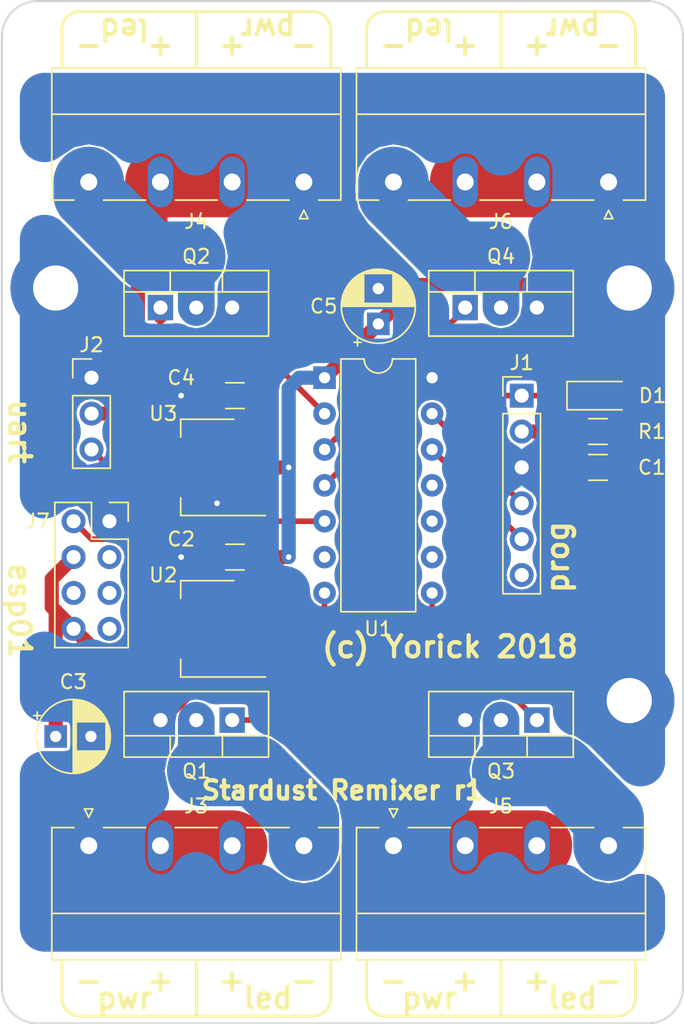
<source format=kicad_pcb>
(kicad_pcb (version 20171130) (host pcbnew 2017-12-11)

  (general
    (thickness 1.6)
    (drawings 65)
    (tracks 113)
    (zones 0)
    (modules 24)
    (nets 30)
  )

  (page A4)
  (layers
    (0 F.Cu signal)
    (31 B.Cu signal)
    (32 B.Adhes user)
    (33 F.Adhes user)
    (34 B.Paste user)
    (35 F.Paste user)
    (36 B.SilkS user)
    (37 F.SilkS user)
    (38 B.Mask user)
    (39 F.Mask user)
    (40 Dwgs.User user)
    (41 Cmts.User user)
    (42 Eco1.User user)
    (43 Eco2.User user)
    (44 Edge.Cuts user)
    (45 Margin user)
    (46 B.CrtYd user)
    (47 F.CrtYd user)
    (48 B.Fab user)
    (49 F.Fab user hide)
  )

  (setup
    (last_trace_width 1)
    (user_trace_width 0.4)
    (user_trace_width 1)
    (user_trace_width 2.6)
    (user_trace_width 5)
    (user_trace_width 9)
    (trace_clearance 0.2)
    (zone_clearance 0.2)
    (zone_45_only no)
    (trace_min 0.2)
    (segment_width 0.2)
    (edge_width 0.15)
    (via_size 0.8)
    (via_drill 0.4)
    (via_min_size 0.4)
    (via_min_drill 0.3)
    (uvia_size 0.3)
    (uvia_drill 0.1)
    (uvias_allowed no)
    (uvia_min_size 0.2)
    (uvia_min_drill 0.1)
    (pcb_text_width 0.3)
    (pcb_text_size 1.5 1.5)
    (mod_edge_width 0.15)
    (mod_text_size 1 1)
    (mod_text_width 0.15)
    (pad_size 6.4 6.4)
    (pad_drill 3.2)
    (pad_to_mask_clearance 0.2)
    (aux_axis_origin 114.104762 135.3675)
    (visible_elements FFFFFF7F)
    (pcbplotparams
      (layerselection 0x010fc_ffffffff)
      (usegerberextensions false)
      (usegerberattributes false)
      (usegerberadvancedattributes false)
      (creategerberjobfile false)
      (excludeedgelayer true)
      (linewidth 0.100000)
      (plotframeref false)
      (viasonmask false)
      (mode 1)
      (useauxorigin false)
      (hpglpennumber 1)
      (hpglpenspeed 20)
      (hpglpendiameter 15)
      (psnegative false)
      (psa4output false)
      (plotreference true)
      (plotvalue true)
      (plotinvisibletext false)
      (padsonsilk false)
      (subtractmaskfromsilk false)
      (outputformat 1)
      (mirror false)
      (drillshape 0)
      (scaleselection 1)
      (outputdirectory ""))
  )

  (net 0 "")
  (net 1 +5V)
  (net 2 MCLR)
  (net 3 PGC)
  (net 4 GND)
  (net 5 PGD)
  (net 6 PWM2)
  (net 7 G2)
  (net 8 G0)
  (net 9 PWM0)
  (net 10 PWM3)
  (net 11 G3)
  (net 12 G1)
  (net 13 PWM1)
  (net 14 "Net-(U1-Pad11)")
  (net 15 uart_rx)
  (net 16 /PGM)
  (net 17 /12v_2)
  (net 18 /12v_3)
  (net 19 /12v_1)
  (net 20 "Net-(U1-Pad6)")
  (net 21 12V_0)
  (net 22 +3V3)
  (net 23 "Net-(J7-Pad3)")
  (net 24 "Net-(J7-Pad5)")
  (net 25 "Net-(J7-Pad6)")
  (net 26 "Net-(J7-Pad7)")
  (net 27 "Net-(U1-Pad9)")
  (net 28 "Net-(U1-Pad10)")
  (net 29 "Net-(C1-Pad1)")

  (net_class Default "This is the default net class."
    (clearance 0.2)
    (trace_width 1)
    (via_dia 0.8)
    (via_drill 0.4)
    (uvia_dia 0.3)
    (uvia_drill 0.1)
    (add_net +3V3)
    (add_net +5V)
    (add_net 12V_0)
    (add_net MCLR)
    (add_net "Net-(C1-Pad1)")
    (add_net "Net-(J7-Pad3)")
    (add_net "Net-(J7-Pad5)")
    (add_net "Net-(J7-Pad6)")
    (add_net "Net-(J7-Pad7)")
    (add_net "Net-(U1-Pad10)")
    (add_net "Net-(U1-Pad11)")
    (add_net "Net-(U1-Pad6)")
    (add_net "Net-(U1-Pad9)")
  )

  (net_class pwr ""
    (clearance 0.2)
    (trace_width 3.5)
    (via_dia 0.8)
    (via_drill 0.4)
    (uvia_dia 0.3)
    (uvia_drill 0.1)
    (add_net /12v_1)
    (add_net /12v_2)
    (add_net /12v_3)
    (add_net G0)
    (add_net G1)
    (add_net G2)
    (add_net G3)
    (add_net GND)
  )

  (net_class signal ""
    (clearance 0.2)
    (trace_width 0.4)
    (via_dia 0.8)
    (via_drill 0.4)
    (uvia_dia 0.3)
    (uvia_drill 0.1)
    (add_net /PGM)
    (add_net PGC)
    (add_net PGD)
    (add_net PWM0)
    (add_net PWM1)
    (add_net PWM2)
    (add_net PWM3)
    (add_net uart_rx)
  )

  (module Connector_PinHeader_2.54mm:PinHeader_1x06_P2.54mm_Vertical (layer F.Cu) (tedit 59FED5CC) (tstamp 5A6CE122)
    (at 148.59 90.17)
    (descr "Through hole straight pin header, 1x06, 2.54mm pitch, single row")
    (tags "Through hole pin header THT 1x06 2.54mm single row")
    (path /5A5BB42D)
    (fp_text reference J1 (at 0 -2.33) (layer F.SilkS)
      (effects (font (size 1 1) (thickness 0.15)))
    )
    (fp_text value prog (at 0 15.03) (layer F.Fab)
      (effects (font (size 1 1) (thickness 0.15)))
    )
    (fp_line (start -0.635 -1.27) (end 1.27 -1.27) (layer F.Fab) (width 0.1))
    (fp_line (start 1.27 -1.27) (end 1.27 13.97) (layer F.Fab) (width 0.1))
    (fp_line (start 1.27 13.97) (end -1.27 13.97) (layer F.Fab) (width 0.1))
    (fp_line (start -1.27 13.97) (end -1.27 -0.635) (layer F.Fab) (width 0.1))
    (fp_line (start -1.27 -0.635) (end -0.635 -1.27) (layer F.Fab) (width 0.1))
    (fp_line (start -1.33 14.03) (end 1.33 14.03) (layer F.SilkS) (width 0.12))
    (fp_line (start -1.33 1.27) (end -1.33 14.03) (layer F.SilkS) (width 0.12))
    (fp_line (start 1.33 1.27) (end 1.33 14.03) (layer F.SilkS) (width 0.12))
    (fp_line (start -1.33 1.27) (end 1.33 1.27) (layer F.SilkS) (width 0.12))
    (fp_line (start -1.33 0) (end -1.33 -1.33) (layer F.SilkS) (width 0.12))
    (fp_line (start -1.33 -1.33) (end 0 -1.33) (layer F.SilkS) (width 0.12))
    (fp_line (start -1.8 -1.8) (end -1.8 14.5) (layer F.CrtYd) (width 0.05))
    (fp_line (start -1.8 14.5) (end 1.8 14.5) (layer F.CrtYd) (width 0.05))
    (fp_line (start 1.8 14.5) (end 1.8 -1.8) (layer F.CrtYd) (width 0.05))
    (fp_line (start 1.8 -1.8) (end -1.8 -1.8) (layer F.CrtYd) (width 0.05))
    (fp_text user %R (at 0 6.35 90) (layer F.Fab)
      (effects (font (size 1 1) (thickness 0.15)))
    )
    (pad 1 thru_hole rect (at 0 0) (size 1.7 1.7) (drill 1) (layers *.Cu *.Mask)
      (net 2 MCLR))
    (pad 2 thru_hole oval (at 0 2.54) (size 1.7 1.7) (drill 1) (layers *.Cu *.Mask)
      (net 1 +5V))
    (pad 3 thru_hole oval (at 0 5.08) (size 1.7 1.7) (drill 1) (layers *.Cu *.Mask)
      (net 4 GND))
    (pad 4 thru_hole oval (at 0 7.62) (size 1.7 1.7) (drill 1) (layers *.Cu *.Mask)
      (net 5 PGD))
    (pad 5 thru_hole oval (at 0 10.16) (size 1.7 1.7) (drill 1) (layers *.Cu *.Mask)
      (net 3 PGC))
    (pad 6 thru_hole oval (at 0 12.7) (size 1.7 1.7) (drill 1) (layers *.Cu *.Mask)
      (net 16 /PGM))
    (model ${KISYS3DMOD}/Connector_PinHeader_2.54mm.3dshapes/PinHeader_1x06_P2.54mm_Vertical.wrl
      (at (xyz 0 0 0))
      (scale (xyz 1 1 1))
      (rotate (xyz 0 0 0))
    )
  )

  (module Capacitor_SMD:C_1206_3216Metric_Pad1.24x1.80mm_HandSolder (layer F.Cu) (tedit 59FE48B8) (tstamp 5A6E9B48)
    (at 153.9925 95.25 180)
    (descr "Capacitor SMD 1206 (3216 Metric), square (rectangular) end terminal, IPC_7351 nominal with elongated pad for handsoldering. (Body size source: http://www.tortai-tech.com/upload/download/2011102023233369053.pdf), generated with kicad-footprint-generator")
    (tags "capacitor handsolder")
    (path /5A5FCF27)
    (attr smd)
    (fp_text reference C1 (at -3.81 0 180) (layer F.SilkS)
      (effects (font (size 1 1) (thickness 0.15)))
    )
    (fp_text value "10 nF" (at 0 2.05 180) (layer F.Fab)
      (effects (font (size 1 1) (thickness 0.15)))
    )
    (fp_line (start -1.6 0.8) (end -1.6 -0.8) (layer F.Fab) (width 0.1))
    (fp_line (start -1.6 -0.8) (end 1.6 -0.8) (layer F.Fab) (width 0.1))
    (fp_line (start 1.6 -0.8) (end 1.6 0.8) (layer F.Fab) (width 0.1))
    (fp_line (start 1.6 0.8) (end -1.6 0.8) (layer F.Fab) (width 0.1))
    (fp_line (start -0.65 -0.91) (end 0.65 -0.91) (layer F.SilkS) (width 0.12))
    (fp_line (start -0.65 0.91) (end 0.65 0.91) (layer F.SilkS) (width 0.12))
    (fp_line (start -2.46 1.15) (end -2.46 -1.15) (layer F.CrtYd) (width 0.05))
    (fp_line (start -2.46 -1.15) (end 2.46 -1.15) (layer F.CrtYd) (width 0.05))
    (fp_line (start 2.46 -1.15) (end 2.46 1.15) (layer F.CrtYd) (width 0.05))
    (fp_line (start 2.46 1.15) (end -2.46 1.15) (layer F.CrtYd) (width 0.05))
    (fp_text user %R (at 0 0 180) (layer F.Fab)
      (effects (font (size 0.8 0.8) (thickness 0.12)))
    )
    (pad 1 smd rect (at -1.5925 0 180) (size 1.245 1.8) (layers F.Cu F.Paste F.Mask)
      (net 29 "Net-(C1-Pad1)"))
    (pad 2 smd rect (at 1.5925 0 180) (size 1.245 1.8) (layers F.Cu F.Paste F.Mask)
      (net 4 GND))
    (model ${KISYS3DMOD}/Capacitor_SMD.3dshapes/C_1206_3216Metric.wrl
      (at (xyz 0 0 0))
      (scale (xyz 1 1 1))
      (rotate (xyz 0 0 0))
    )
  )

  (module Resistor_SMD:R_1206_3216Metric_Pad1.24x1.80mm_HandSolder (layer F.Cu) (tedit 59FE48B8) (tstamp 5A6E9B18)
    (at 153.9925 92.71 180)
    (descr "Resistor SMD 1206 (3216 Metric), square (rectangular) end terminal, IPC_7351 nominal with elongated pad for handsoldering. (Body size source: http://www.tortai-tech.com/upload/download/2011102023233369053.pdf), generated with kicad-footprint-generator")
    (tags "resistor handsolder")
    (path /5A5B6BD0)
    (attr smd)
    (fp_text reference R1 (at -3.81 0 180) (layer F.SilkS)
      (effects (font (size 1 1) (thickness 0.15)))
    )
    (fp_text value 10k (at 0 2.05 180) (layer F.Fab)
      (effects (font (size 1 1) (thickness 0.15)))
    )
    (fp_line (start -1.6 0.8) (end -1.6 -0.8) (layer F.Fab) (width 0.1))
    (fp_line (start -1.6 -0.8) (end 1.6 -0.8) (layer F.Fab) (width 0.1))
    (fp_line (start 1.6 -0.8) (end 1.6 0.8) (layer F.Fab) (width 0.1))
    (fp_line (start 1.6 0.8) (end -1.6 0.8) (layer F.Fab) (width 0.1))
    (fp_line (start -0.65 -0.91) (end 0.65 -0.91) (layer F.SilkS) (width 0.12))
    (fp_line (start -0.65 0.91) (end 0.65 0.91) (layer F.SilkS) (width 0.12))
    (fp_line (start -2.46 1.15) (end -2.46 -1.15) (layer F.CrtYd) (width 0.05))
    (fp_line (start -2.46 -1.15) (end 2.46 -1.15) (layer F.CrtYd) (width 0.05))
    (fp_line (start 2.46 -1.15) (end 2.46 1.15) (layer F.CrtYd) (width 0.05))
    (fp_line (start 2.46 1.15) (end -2.46 1.15) (layer F.CrtYd) (width 0.05))
    (fp_text user %R (at 0 0 180) (layer F.Fab)
      (effects (font (size 0.8 0.8) (thickness 0.12)))
    )
    (pad 1 smd rect (at -1.5925 0 180) (size 1.245 1.8) (layers F.Cu F.Paste F.Mask)
      (net 29 "Net-(C1-Pad1)"))
    (pad 2 smd rect (at 1.5925 0 180) (size 1.245 1.8) (layers F.Cu F.Paste F.Mask)
      (net 1 +5V))
    (model ${KISYS3DMOD}/Resistor_SMD.3dshapes/R_1206_3216Metric.wrl
      (at (xyz 0 0 0))
      (scale (xyz 1 1 1))
      (rotate (xyz 0 0 0))
    )
  )

  (module Diode_SMD:D_SOD-123 (layer F.Cu) (tedit 58645DC7) (tstamp 5A6CF1A7)
    (at 154.05 90.17)
    (descr SOD-123)
    (tags SOD-123)
    (path /5A60D18E)
    (attr smd)
    (fp_text reference D1 (at 3.81 0) (layer F.SilkS)
      (effects (font (size 1 1) (thickness 0.15)))
    )
    (fp_text value 1N5817 (at 0 2.1) (layer F.Fab)
      (effects (font (size 1 1) (thickness 0.15)))
    )
    (fp_text user %R (at 0 -2) (layer F.Fab)
      (effects (font (size 1 1) (thickness 0.15)))
    )
    (fp_line (start -2.25 -1) (end -2.25 1) (layer F.SilkS) (width 0.12))
    (fp_line (start 0.25 0) (end 0.75 0) (layer F.Fab) (width 0.1))
    (fp_line (start 0.25 0.4) (end -0.35 0) (layer F.Fab) (width 0.1))
    (fp_line (start 0.25 -0.4) (end 0.25 0.4) (layer F.Fab) (width 0.1))
    (fp_line (start -0.35 0) (end 0.25 -0.4) (layer F.Fab) (width 0.1))
    (fp_line (start -0.35 0) (end -0.35 0.55) (layer F.Fab) (width 0.1))
    (fp_line (start -0.35 0) (end -0.35 -0.55) (layer F.Fab) (width 0.1))
    (fp_line (start -0.75 0) (end -0.35 0) (layer F.Fab) (width 0.1))
    (fp_line (start -1.4 0.9) (end -1.4 -0.9) (layer F.Fab) (width 0.1))
    (fp_line (start 1.4 0.9) (end -1.4 0.9) (layer F.Fab) (width 0.1))
    (fp_line (start 1.4 -0.9) (end 1.4 0.9) (layer F.Fab) (width 0.1))
    (fp_line (start -1.4 -0.9) (end 1.4 -0.9) (layer F.Fab) (width 0.1))
    (fp_line (start -2.35 -1.15) (end 2.35 -1.15) (layer F.CrtYd) (width 0.05))
    (fp_line (start 2.35 -1.15) (end 2.35 1.15) (layer F.CrtYd) (width 0.05))
    (fp_line (start 2.35 1.15) (end -2.35 1.15) (layer F.CrtYd) (width 0.05))
    (fp_line (start -2.35 -1.15) (end -2.35 1.15) (layer F.CrtYd) (width 0.05))
    (fp_line (start -2.25 1) (end 1.65 1) (layer F.SilkS) (width 0.12))
    (fp_line (start -2.25 -1) (end 1.65 -1) (layer F.SilkS) (width 0.12))
    (pad 1 smd rect (at -1.65 0) (size 0.9 1.2) (layers F.Cu F.Paste F.Mask)
      (net 2 MCLR))
    (pad 2 smd rect (at 1.65 0) (size 0.9 1.2) (layers F.Cu F.Paste F.Mask)
      (net 29 "Net-(C1-Pad1)"))
    (model ${KISYS3DMOD}/Diode_SMD.3dshapes/D_SOD-123.wrl
      (at (xyz 0 0 0))
      (scale (xyz 1 1 1))
      (rotate (xyz 0 0 0))
    )
  )

  (module Package_DIP:DIP-14_W7.62mm (layer F.Cu) (tedit 5A02E8C5) (tstamp 5A68AB2B)
    (at 134.62 88.9)
    (descr "14-lead though-hole mounted DIP package, row spacing 7.62 mm (300 mils)")
    (tags "THT DIP DIL PDIP 2.54mm 7.62mm 300mil")
    (path /5A5EB94F)
    (fp_text reference U1 (at 3.81 17.78) (layer F.SilkS)
      (effects (font (size 1 1) (thickness 0.15)))
    )
    (fp_text value PIC16F1575-IP (at 3.81 17.57) (layer F.Fab)
      (effects (font (size 1 1) (thickness 0.15)))
    )
    (fp_arc (start 3.81 -1.33) (end 2.81 -1.33) (angle -180) (layer F.SilkS) (width 0.12))
    (fp_line (start 1.635 -1.27) (end 6.985 -1.27) (layer F.Fab) (width 0.1))
    (fp_line (start 6.985 -1.27) (end 6.985 16.51) (layer F.Fab) (width 0.1))
    (fp_line (start 6.985 16.51) (end 0.635 16.51) (layer F.Fab) (width 0.1))
    (fp_line (start 0.635 16.51) (end 0.635 -0.27) (layer F.Fab) (width 0.1))
    (fp_line (start 0.635 -0.27) (end 1.635 -1.27) (layer F.Fab) (width 0.1))
    (fp_line (start 2.81 -1.33) (end 1.16 -1.33) (layer F.SilkS) (width 0.12))
    (fp_line (start 1.16 -1.33) (end 1.16 16.57) (layer F.SilkS) (width 0.12))
    (fp_line (start 1.16 16.57) (end 6.46 16.57) (layer F.SilkS) (width 0.12))
    (fp_line (start 6.46 16.57) (end 6.46 -1.33) (layer F.SilkS) (width 0.12))
    (fp_line (start 6.46 -1.33) (end 4.81 -1.33) (layer F.SilkS) (width 0.12))
    (fp_line (start -1.1 -1.55) (end -1.1 16.8) (layer F.CrtYd) (width 0.05))
    (fp_line (start -1.1 16.8) (end 8.7 16.8) (layer F.CrtYd) (width 0.05))
    (fp_line (start 8.7 16.8) (end 8.7 -1.55) (layer F.CrtYd) (width 0.05))
    (fp_line (start 8.7 -1.55) (end -1.1 -1.55) (layer F.CrtYd) (width 0.05))
    (fp_text user %R (at 3.81 7.62) (layer F.Fab)
      (effects (font (size 1 1) (thickness 0.15)))
    )
    (pad 1 thru_hole rect (at 0 0) (size 1.6 1.6) (drill 0.8) (layers *.Cu *.Mask)
      (net 1 +5V))
    (pad 8 thru_hole oval (at 7.62 15.24) (size 1.6 1.6) (drill 0.8) (layers *.Cu *.Mask)
      (net 10 PWM3))
    (pad 2 thru_hole oval (at 0 2.54) (size 1.6 1.6) (drill 0.8) (layers *.Cu *.Mask)
      (net 9 PWM0))
    (pad 9 thru_hole oval (at 7.62 12.7) (size 1.6 1.6) (drill 0.8) (layers *.Cu *.Mask)
      (net 27 "Net-(U1-Pad9)"))
    (pad 3 thru_hole oval (at 0 5.08) (size 1.6 1.6) (drill 0.8) (layers *.Cu *.Mask)
      (net 13 PWM1))
    (pad 10 thru_hole oval (at 7.62 10.16) (size 1.6 1.6) (drill 0.8) (layers *.Cu *.Mask)
      (net 28 "Net-(U1-Pad10)"))
    (pad 4 thru_hole oval (at 0 7.62) (size 1.6 1.6) (drill 0.8) (layers *.Cu *.Mask)
      (net 2 MCLR))
    (pad 11 thru_hole oval (at 7.62 7.62) (size 1.6 1.6) (drill 0.8) (layers *.Cu *.Mask)
      (net 14 "Net-(U1-Pad11)"))
    (pad 5 thru_hole oval (at 0 10.16) (size 1.6 1.6) (drill 0.8) (layers *.Cu *.Mask)
      (net 15 uart_rx))
    (pad 12 thru_hole oval (at 7.62 5.08) (size 1.6 1.6) (drill 0.8) (layers *.Cu *.Mask)
      (net 3 PGC))
    (pad 6 thru_hole oval (at 0 12.7) (size 1.6 1.6) (drill 0.8) (layers *.Cu *.Mask)
      (net 20 "Net-(U1-Pad6)"))
    (pad 13 thru_hole oval (at 7.62 2.54) (size 1.6 1.6) (drill 0.8) (layers *.Cu *.Mask)
      (net 5 PGD))
    (pad 7 thru_hole oval (at 0 15.24) (size 1.6 1.6) (drill 0.8) (layers *.Cu *.Mask)
      (net 6 PWM2))
    (pad 14 thru_hole oval (at 7.62 0) (size 1.6 1.6) (drill 0.8) (layers *.Cu *.Mask)
      (net 4 GND))
    (model ${KISYS3DMOD}/Package_DIP.3dshapes/DIP-14_W7.62mm.wrl
      (at (xyz 0 0 0))
      (scale (xyz 1 1 1))
      (rotate (xyz 0 0 0))
    )
  )

  (module MountingHole:MountingHole_3.2mm_M3_Pad (layer F.Cu) (tedit 5A625696) (tstamp 5A6CF315)
    (at 156.21 82.55)
    (descr "Mounting Hole 3.2mm, M3")
    (tags "mounting hole 3.2mm m3")
    (attr virtual)
    (fp_text reference REF** (at 0 -4.2) (layer F.SilkS) hide
      (effects (font (size 1 1) (thickness 0.15)))
    )
    (fp_text value MountingHole_3.2mm_M3_Pad (at 0 4.2) (layer F.Fab)
      (effects (font (size 1 1) (thickness 0.15)))
    )
    (fp_circle (center 0 0) (end 3.45 0) (layer F.CrtYd) (width 0.05))
    (fp_circle (center 0 0) (end 3.2 0) (layer Cmts.User) (width 0.15))
    (fp_text user %R (at 0.3 0) (layer F.Fab)
      (effects (font (size 1 1) (thickness 0.15)))
    )
    (pad 1 thru_hole circle (at 0 0) (size 6.4 6.4) (drill 3.2) (layers *.Cu *.Mask)
      (net 4 GND))
  )

  (module MountingHole:MountingHole_3.2mm_M3_Pad (layer F.Cu) (tedit 5A623288) (tstamp 5A6CF631)
    (at 115.57 82.55)
    (descr "Mounting Hole 3.2mm, M3")
    (tags "mounting hole 3.2mm m3")
    (attr virtual)
    (fp_text reference REF** (at 0 -4.2) (layer F.SilkS) hide
      (effects (font (size 1 1) (thickness 0.15)))
    )
    (fp_text value MountingHole_3.2mm_M3_Pad (at 0 4.2) (layer F.Fab)
      (effects (font (size 1 1) (thickness 0.15)))
    )
    (fp_circle (center 0 0) (end 3.45 0) (layer F.CrtYd) (width 0.05))
    (fp_circle (center 0 0) (end 3.2 0) (layer Cmts.User) (width 0.15))
    (fp_text user %R (at 0.3 0) (layer F.Fab)
      (effects (font (size 1 1) (thickness 0.15)))
    )
    (pad 1 thru_hole circle (at 0 0) (size 6.4 6.4) (drill 3.2) (layers *.Cu *.Mask)
      (net 4 GND))
  )

  (module MountingHole:MountingHole_3.2mm_M3_Pad (layer F.Cu) (tedit 5A623212) (tstamp 5A6CF12C)
    (at 156.21 111.76)
    (descr "Mounting Hole 3.2mm, M3")
    (tags "mounting hole 3.2mm m3")
    (attr virtual)
    (fp_text reference REF** (at 0 -4.2) (layer F.SilkS) hide
      (effects (font (size 1 1) (thickness 0.15)))
    )
    (fp_text value MountingHole_3.2mm_M3_Pad (at 0 4.2) (layer F.Fab)
      (effects (font (size 1 1) (thickness 0.15)))
    )
    (fp_circle (center 0 0) (end 3.45 0) (layer F.CrtYd) (width 0.05))
    (fp_circle (center 0 0) (end 3.2 0) (layer Cmts.User) (width 0.15))
    (fp_text user %R (at 0.3 0) (layer F.Fab)
      (effects (font (size 1 1) (thickness 0.15)))
    )
    (pad 1 thru_hole circle (at 0 0) (size 6.4 6.4) (drill 3.2) (layers *.Cu *.Mask)
      (net 4 GND))
  )

  (module Connector_PinHeader_2.54mm:PinHeader_1x03_P2.54mm_Vertical (layer F.Cu) (tedit 59FED5CC) (tstamp 5A6CE13B)
    (at 118.11 88.9)
    (descr "Through hole straight pin header, 1x03, 2.54mm pitch, single row")
    (tags "Through hole pin header THT 1x03 2.54mm single row")
    (path /5A5BE088)
    (fp_text reference J2 (at 0 -2.33) (layer F.SilkS)
      (effects (font (size 1 1) (thickness 0.15)))
    )
    (fp_text value uart (at 0 7.41) (layer F.Fab)
      (effects (font (size 1 1) (thickness 0.15)))
    )
    (fp_line (start -0.635 -1.27) (end 1.27 -1.27) (layer F.Fab) (width 0.1))
    (fp_line (start 1.27 -1.27) (end 1.27 6.35) (layer F.Fab) (width 0.1))
    (fp_line (start 1.27 6.35) (end -1.27 6.35) (layer F.Fab) (width 0.1))
    (fp_line (start -1.27 6.35) (end -1.27 -0.635) (layer F.Fab) (width 0.1))
    (fp_line (start -1.27 -0.635) (end -0.635 -1.27) (layer F.Fab) (width 0.1))
    (fp_line (start -1.33 6.41) (end 1.33 6.41) (layer F.SilkS) (width 0.12))
    (fp_line (start -1.33 1.27) (end -1.33 6.41) (layer F.SilkS) (width 0.12))
    (fp_line (start 1.33 1.27) (end 1.33 6.41) (layer F.SilkS) (width 0.12))
    (fp_line (start -1.33 1.27) (end 1.33 1.27) (layer F.SilkS) (width 0.12))
    (fp_line (start -1.33 0) (end -1.33 -1.33) (layer F.SilkS) (width 0.12))
    (fp_line (start -1.33 -1.33) (end 0 -1.33) (layer F.SilkS) (width 0.12))
    (fp_line (start -1.8 -1.8) (end -1.8 6.85) (layer F.CrtYd) (width 0.05))
    (fp_line (start -1.8 6.85) (end 1.8 6.85) (layer F.CrtYd) (width 0.05))
    (fp_line (start 1.8 6.85) (end 1.8 -1.8) (layer F.CrtYd) (width 0.05))
    (fp_line (start 1.8 -1.8) (end -1.8 -1.8) (layer F.CrtYd) (width 0.05))
    (fp_text user %R (at 0 2.54 90) (layer F.Fab)
      (effects (font (size 1 1) (thickness 0.15)))
    )
    (pad 1 thru_hole rect (at 0 0) (size 1.7 1.7) (drill 1) (layers *.Cu *.Mask)
      (net 4 GND))
    (pad 2 thru_hole oval (at 0 2.54) (size 1.7 1.7) (drill 1) (layers *.Cu *.Mask)
      (net 1 +5V))
    (pad 3 thru_hole oval (at 0 5.08) (size 1.7 1.7) (drill 1) (layers *.Cu *.Mask)
      (net 15 uart_rx))
    (model ${KISYS3DMOD}/Connector_PinHeader_2.54mm.3dshapes/PinHeader_1x03_P2.54mm_Vertical.wrl
      (at (xyz 0 0 0))
      (scale (xyz 1 1 1))
      (rotate (xyz 0 0 0))
    )
  )

  (module Capacitor_THT:CP_Radial_D5.0mm_P2.50mm (layer F.Cu) (tedit 5A533290) (tstamp 5A6CD586)
    (at 138.43 85.09 90)
    (descr "CP, Radial series, Radial, pin pitch=2.50mm, , diameter=5mm, Electrolytic Capacitor")
    (tags "CP Radial series Radial pin pitch 2.50mm  diameter 5mm Electrolytic Capacitor")
    (path /5A601A57)
    (fp_text reference C5 (at 1.25 -3.87 180) (layer F.SilkS)
      (effects (font (size 1 1) (thickness 0.15)))
    )
    (fp_text value "47 uF" (at 1.25 3.87 90) (layer F.Fab)
      (effects (font (size 1 1) (thickness 0.15)))
    )
    (fp_circle (center 1.25 0) (end 3.75 0) (layer F.Fab) (width 0.1))
    (fp_circle (center 1.25 0) (end 3.87 0) (layer F.SilkS) (width 0.12))
    (fp_circle (center 1.25 0) (end 4 0) (layer F.CrtYd) (width 0.05))
    (fp_line (start -0.883605 -1.0875) (end -0.383605 -1.0875) (layer F.Fab) (width 0.1))
    (fp_line (start -0.633605 -1.3375) (end -0.633605 -0.8375) (layer F.Fab) (width 0.1))
    (fp_line (start 1.25 -2.58) (end 1.25 2.58) (layer F.SilkS) (width 0.12))
    (fp_line (start 1.29 -2.58) (end 1.29 2.58) (layer F.SilkS) (width 0.12))
    (fp_line (start 1.33 -2.579) (end 1.33 2.579) (layer F.SilkS) (width 0.12))
    (fp_line (start 1.37 -2.578) (end 1.37 2.578) (layer F.SilkS) (width 0.12))
    (fp_line (start 1.41 -2.576) (end 1.41 2.576) (layer F.SilkS) (width 0.12))
    (fp_line (start 1.45 -2.573) (end 1.45 2.573) (layer F.SilkS) (width 0.12))
    (fp_line (start 1.49 -2.569) (end 1.49 -1.04) (layer F.SilkS) (width 0.12))
    (fp_line (start 1.49 1.04) (end 1.49 2.569) (layer F.SilkS) (width 0.12))
    (fp_line (start 1.53 -2.565) (end 1.53 -1.04) (layer F.SilkS) (width 0.12))
    (fp_line (start 1.53 1.04) (end 1.53 2.565) (layer F.SilkS) (width 0.12))
    (fp_line (start 1.57 -2.561) (end 1.57 -1.04) (layer F.SilkS) (width 0.12))
    (fp_line (start 1.57 1.04) (end 1.57 2.561) (layer F.SilkS) (width 0.12))
    (fp_line (start 1.61 -2.556) (end 1.61 -1.04) (layer F.SilkS) (width 0.12))
    (fp_line (start 1.61 1.04) (end 1.61 2.556) (layer F.SilkS) (width 0.12))
    (fp_line (start 1.65 -2.55) (end 1.65 -1.04) (layer F.SilkS) (width 0.12))
    (fp_line (start 1.65 1.04) (end 1.65 2.55) (layer F.SilkS) (width 0.12))
    (fp_line (start 1.69 -2.543) (end 1.69 -1.04) (layer F.SilkS) (width 0.12))
    (fp_line (start 1.69 1.04) (end 1.69 2.543) (layer F.SilkS) (width 0.12))
    (fp_line (start 1.73 -2.536) (end 1.73 -1.04) (layer F.SilkS) (width 0.12))
    (fp_line (start 1.73 1.04) (end 1.73 2.536) (layer F.SilkS) (width 0.12))
    (fp_line (start 1.77 -2.528) (end 1.77 -1.04) (layer F.SilkS) (width 0.12))
    (fp_line (start 1.77 1.04) (end 1.77 2.528) (layer F.SilkS) (width 0.12))
    (fp_line (start 1.81 -2.52) (end 1.81 -1.04) (layer F.SilkS) (width 0.12))
    (fp_line (start 1.81 1.04) (end 1.81 2.52) (layer F.SilkS) (width 0.12))
    (fp_line (start 1.85 -2.511) (end 1.85 -1.04) (layer F.SilkS) (width 0.12))
    (fp_line (start 1.85 1.04) (end 1.85 2.511) (layer F.SilkS) (width 0.12))
    (fp_line (start 1.89 -2.501) (end 1.89 -1.04) (layer F.SilkS) (width 0.12))
    (fp_line (start 1.89 1.04) (end 1.89 2.501) (layer F.SilkS) (width 0.12))
    (fp_line (start 1.93 -2.491) (end 1.93 -1.04) (layer F.SilkS) (width 0.12))
    (fp_line (start 1.93 1.04) (end 1.93 2.491) (layer F.SilkS) (width 0.12))
    (fp_line (start 1.971 -2.48) (end 1.971 -1.04) (layer F.SilkS) (width 0.12))
    (fp_line (start 1.971 1.04) (end 1.971 2.48) (layer F.SilkS) (width 0.12))
    (fp_line (start 2.011 -2.468) (end 2.011 -1.04) (layer F.SilkS) (width 0.12))
    (fp_line (start 2.011 1.04) (end 2.011 2.468) (layer F.SilkS) (width 0.12))
    (fp_line (start 2.051 -2.455) (end 2.051 -1.04) (layer F.SilkS) (width 0.12))
    (fp_line (start 2.051 1.04) (end 2.051 2.455) (layer F.SilkS) (width 0.12))
    (fp_line (start 2.091 -2.442) (end 2.091 -1.04) (layer F.SilkS) (width 0.12))
    (fp_line (start 2.091 1.04) (end 2.091 2.442) (layer F.SilkS) (width 0.12))
    (fp_line (start 2.131 -2.428) (end 2.131 -1.04) (layer F.SilkS) (width 0.12))
    (fp_line (start 2.131 1.04) (end 2.131 2.428) (layer F.SilkS) (width 0.12))
    (fp_line (start 2.171 -2.414) (end 2.171 -1.04) (layer F.SilkS) (width 0.12))
    (fp_line (start 2.171 1.04) (end 2.171 2.414) (layer F.SilkS) (width 0.12))
    (fp_line (start 2.211 -2.398) (end 2.211 -1.04) (layer F.SilkS) (width 0.12))
    (fp_line (start 2.211 1.04) (end 2.211 2.398) (layer F.SilkS) (width 0.12))
    (fp_line (start 2.251 -2.382) (end 2.251 -1.04) (layer F.SilkS) (width 0.12))
    (fp_line (start 2.251 1.04) (end 2.251 2.382) (layer F.SilkS) (width 0.12))
    (fp_line (start 2.291 -2.365) (end 2.291 -1.04) (layer F.SilkS) (width 0.12))
    (fp_line (start 2.291 1.04) (end 2.291 2.365) (layer F.SilkS) (width 0.12))
    (fp_line (start 2.331 -2.348) (end 2.331 -1.04) (layer F.SilkS) (width 0.12))
    (fp_line (start 2.331 1.04) (end 2.331 2.348) (layer F.SilkS) (width 0.12))
    (fp_line (start 2.371 -2.329) (end 2.371 -1.04) (layer F.SilkS) (width 0.12))
    (fp_line (start 2.371 1.04) (end 2.371 2.329) (layer F.SilkS) (width 0.12))
    (fp_line (start 2.411 -2.31) (end 2.411 -1.04) (layer F.SilkS) (width 0.12))
    (fp_line (start 2.411 1.04) (end 2.411 2.31) (layer F.SilkS) (width 0.12))
    (fp_line (start 2.451 -2.29) (end 2.451 -1.04) (layer F.SilkS) (width 0.12))
    (fp_line (start 2.451 1.04) (end 2.451 2.29) (layer F.SilkS) (width 0.12))
    (fp_line (start 2.491 -2.268) (end 2.491 -1.04) (layer F.SilkS) (width 0.12))
    (fp_line (start 2.491 1.04) (end 2.491 2.268) (layer F.SilkS) (width 0.12))
    (fp_line (start 2.531 -2.247) (end 2.531 -1.04) (layer F.SilkS) (width 0.12))
    (fp_line (start 2.531 1.04) (end 2.531 2.247) (layer F.SilkS) (width 0.12))
    (fp_line (start 2.571 -2.224) (end 2.571 -1.04) (layer F.SilkS) (width 0.12))
    (fp_line (start 2.571 1.04) (end 2.571 2.224) (layer F.SilkS) (width 0.12))
    (fp_line (start 2.611 -2.2) (end 2.611 -1.04) (layer F.SilkS) (width 0.12))
    (fp_line (start 2.611 1.04) (end 2.611 2.2) (layer F.SilkS) (width 0.12))
    (fp_line (start 2.651 -2.175) (end 2.651 -1.04) (layer F.SilkS) (width 0.12))
    (fp_line (start 2.651 1.04) (end 2.651 2.175) (layer F.SilkS) (width 0.12))
    (fp_line (start 2.691 -2.149) (end 2.691 -1.04) (layer F.SilkS) (width 0.12))
    (fp_line (start 2.691 1.04) (end 2.691 2.149) (layer F.SilkS) (width 0.12))
    (fp_line (start 2.731 -2.122) (end 2.731 -1.04) (layer F.SilkS) (width 0.12))
    (fp_line (start 2.731 1.04) (end 2.731 2.122) (layer F.SilkS) (width 0.12))
    (fp_line (start 2.771 -2.095) (end 2.771 -1.04) (layer F.SilkS) (width 0.12))
    (fp_line (start 2.771 1.04) (end 2.771 2.095) (layer F.SilkS) (width 0.12))
    (fp_line (start 2.811 -2.065) (end 2.811 -1.04) (layer F.SilkS) (width 0.12))
    (fp_line (start 2.811 1.04) (end 2.811 2.065) (layer F.SilkS) (width 0.12))
    (fp_line (start 2.851 -2.035) (end 2.851 -1.04) (layer F.SilkS) (width 0.12))
    (fp_line (start 2.851 1.04) (end 2.851 2.035) (layer F.SilkS) (width 0.12))
    (fp_line (start 2.891 -2.004) (end 2.891 -1.04) (layer F.SilkS) (width 0.12))
    (fp_line (start 2.891 1.04) (end 2.891 2.004) (layer F.SilkS) (width 0.12))
    (fp_line (start 2.931 -1.971) (end 2.931 -1.04) (layer F.SilkS) (width 0.12))
    (fp_line (start 2.931 1.04) (end 2.931 1.971) (layer F.SilkS) (width 0.12))
    (fp_line (start 2.971 -1.937) (end 2.971 -1.04) (layer F.SilkS) (width 0.12))
    (fp_line (start 2.971 1.04) (end 2.971 1.937) (layer F.SilkS) (width 0.12))
    (fp_line (start 3.011 -1.901) (end 3.011 -1.04) (layer F.SilkS) (width 0.12))
    (fp_line (start 3.011 1.04) (end 3.011 1.901) (layer F.SilkS) (width 0.12))
    (fp_line (start 3.051 -1.864) (end 3.051 -1.04) (layer F.SilkS) (width 0.12))
    (fp_line (start 3.051 1.04) (end 3.051 1.864) (layer F.SilkS) (width 0.12))
    (fp_line (start 3.091 -1.826) (end 3.091 -1.04) (layer F.SilkS) (width 0.12))
    (fp_line (start 3.091 1.04) (end 3.091 1.826) (layer F.SilkS) (width 0.12))
    (fp_line (start 3.131 -1.785) (end 3.131 -1.04) (layer F.SilkS) (width 0.12))
    (fp_line (start 3.131 1.04) (end 3.131 1.785) (layer F.SilkS) (width 0.12))
    (fp_line (start 3.171 -1.743) (end 3.171 -1.04) (layer F.SilkS) (width 0.12))
    (fp_line (start 3.171 1.04) (end 3.171 1.743) (layer F.SilkS) (width 0.12))
    (fp_line (start 3.211 -1.699) (end 3.211 -1.04) (layer F.SilkS) (width 0.12))
    (fp_line (start 3.211 1.04) (end 3.211 1.699) (layer F.SilkS) (width 0.12))
    (fp_line (start 3.251 -1.653) (end 3.251 -1.04) (layer F.SilkS) (width 0.12))
    (fp_line (start 3.251 1.04) (end 3.251 1.653) (layer F.SilkS) (width 0.12))
    (fp_line (start 3.291 -1.605) (end 3.291 -1.04) (layer F.SilkS) (width 0.12))
    (fp_line (start 3.291 1.04) (end 3.291 1.605) (layer F.SilkS) (width 0.12))
    (fp_line (start 3.331 -1.554) (end 3.331 -1.04) (layer F.SilkS) (width 0.12))
    (fp_line (start 3.331 1.04) (end 3.331 1.554) (layer F.SilkS) (width 0.12))
    (fp_line (start 3.371 -1.5) (end 3.371 -1.04) (layer F.SilkS) (width 0.12))
    (fp_line (start 3.371 1.04) (end 3.371 1.5) (layer F.SilkS) (width 0.12))
    (fp_line (start 3.411 -1.443) (end 3.411 -1.04) (layer F.SilkS) (width 0.12))
    (fp_line (start 3.411 1.04) (end 3.411 1.443) (layer F.SilkS) (width 0.12))
    (fp_line (start 3.451 -1.383) (end 3.451 -1.04) (layer F.SilkS) (width 0.12))
    (fp_line (start 3.451 1.04) (end 3.451 1.383) (layer F.SilkS) (width 0.12))
    (fp_line (start 3.491 -1.319) (end 3.491 -1.04) (layer F.SilkS) (width 0.12))
    (fp_line (start 3.491 1.04) (end 3.491 1.319) (layer F.SilkS) (width 0.12))
    (fp_line (start 3.531 -1.251) (end 3.531 -1.04) (layer F.SilkS) (width 0.12))
    (fp_line (start 3.531 1.04) (end 3.531 1.251) (layer F.SilkS) (width 0.12))
    (fp_line (start 3.571 -1.178) (end 3.571 1.178) (layer F.SilkS) (width 0.12))
    (fp_line (start 3.611 -1.098) (end 3.611 1.098) (layer F.SilkS) (width 0.12))
    (fp_line (start 3.651 -1.011) (end 3.651 1.011) (layer F.SilkS) (width 0.12))
    (fp_line (start 3.691 -0.915) (end 3.691 0.915) (layer F.SilkS) (width 0.12))
    (fp_line (start 3.731 -0.805) (end 3.731 0.805) (layer F.SilkS) (width 0.12))
    (fp_line (start 3.771 -0.677) (end 3.771 0.677) (layer F.SilkS) (width 0.12))
    (fp_line (start 3.811 -0.518) (end 3.811 0.518) (layer F.SilkS) (width 0.12))
    (fp_line (start 3.851 -0.284) (end 3.851 0.284) (layer F.SilkS) (width 0.12))
    (fp_line (start -1.554775 -1.475) (end -1.054775 -1.475) (layer F.SilkS) (width 0.12))
    (fp_line (start -1.304775 -1.725) (end -1.304775 -1.225) (layer F.SilkS) (width 0.12))
    (fp_text user %R (at 1.25 0 90) (layer F.Fab)
      (effects (font (size 1 1) (thickness 0.15)))
    )
    (pad 1 thru_hole rect (at 0 0 90) (size 1.6 1.6) (drill 0.8) (layers *.Cu *.Mask)
      (net 1 +5V))
    (pad 2 thru_hole circle (at 2.5 0 90) (size 1.6 1.6) (drill 0.8) (layers *.Cu *.Mask)
      (net 4 GND))
    (model ${KISYS3DMOD}/Capacitor_THT.3dshapes/CP_Radial_D5.0mm_P2.50mm.wrl
      (at (xyz 0 0 0))
      (scale (xyz 1 1 1))
      (rotate (xyz 0 0 0))
    )
  )

  (module Capacitor_SMD:C_1206_3216Metric_Pad1.24x1.80mm_HandSolder (layer F.Cu) (tedit 59FE48B8) (tstamp 5A6B3897)
    (at 128.27 90.17 180)
    (descr "Capacitor SMD 1206 (3216 Metric), square (rectangular) end terminal, IPC_7351 nominal with elongated pad for handsoldering. (Body size source: http://www.tortai-tech.com/upload/download/2011102023233369053.pdf), generated with kicad-footprint-generator")
    (tags "capacitor handsolder")
    (path /5A601A5D)
    (attr smd)
    (fp_text reference C4 (at 3.81 1.27 180) (layer F.SilkS)
      (effects (font (size 1 1) (thickness 0.15)))
    )
    (fp_text value "10 uF" (at 0 2.05 180) (layer F.Fab)
      (effects (font (size 1 1) (thickness 0.15)))
    )
    (fp_line (start -1.6 0.8) (end -1.6 -0.8) (layer F.Fab) (width 0.1))
    (fp_line (start -1.6 -0.8) (end 1.6 -0.8) (layer F.Fab) (width 0.1))
    (fp_line (start 1.6 -0.8) (end 1.6 0.8) (layer F.Fab) (width 0.1))
    (fp_line (start 1.6 0.8) (end -1.6 0.8) (layer F.Fab) (width 0.1))
    (fp_line (start -0.65 -0.91) (end 0.65 -0.91) (layer F.SilkS) (width 0.12))
    (fp_line (start -0.65 0.91) (end 0.65 0.91) (layer F.SilkS) (width 0.12))
    (fp_line (start -2.46 1.15) (end -2.46 -1.15) (layer F.CrtYd) (width 0.05))
    (fp_line (start -2.46 -1.15) (end 2.46 -1.15) (layer F.CrtYd) (width 0.05))
    (fp_line (start 2.46 -1.15) (end 2.46 1.15) (layer F.CrtYd) (width 0.05))
    (fp_line (start 2.46 1.15) (end -2.46 1.15) (layer F.CrtYd) (width 0.05))
    (fp_text user %R (at 0 0 180) (layer F.Fab)
      (effects (font (size 0.8 0.8) (thickness 0.12)))
    )
    (pad 1 smd rect (at -1.5925 0 180) (size 1.245 1.8) (layers F.Cu F.Paste F.Mask)
      (net 21 12V_0))
    (pad 2 smd rect (at 1.5925 0 180) (size 1.245 1.8) (layers F.Cu F.Paste F.Mask)
      (net 4 GND))
    (model ${KISYS3DMOD}/Capacitor_SMD.3dshapes/C_1206_3216Metric.wrl
      (at (xyz 0 0 0))
      (scale (xyz 1 1 1))
      (rotate (xyz 0 0 0))
    )
  )

  (module Capacitor_SMD:C_1206_3216Metric_Pad1.24x1.80mm_HandSolder (layer F.Cu) (tedit 59FE48B8) (tstamp 5A6CD82B)
    (at 128.27 101.6 180)
    (descr "Capacitor SMD 1206 (3216 Metric), square (rectangular) end terminal, IPC_7351 nominal with elongated pad for handsoldering. (Body size source: http://www.tortai-tech.com/upload/download/2011102023233369053.pdf), generated with kicad-footprint-generator")
    (tags "capacitor handsolder")
    (path /5A5FECB8)
    (attr smd)
    (fp_text reference C2 (at 3.81 1.27 180) (layer F.SilkS)
      (effects (font (size 1 1) (thickness 0.15)))
    )
    (fp_text value "10 uF" (at 0 2.05 180) (layer F.Fab)
      (effects (font (size 1 1) (thickness 0.15)))
    )
    (fp_text user %R (at 0 0 180) (layer F.Fab)
      (effects (font (size 0.8 0.8) (thickness 0.12)))
    )
    (fp_line (start 2.46 1.15) (end -2.46 1.15) (layer F.CrtYd) (width 0.05))
    (fp_line (start 2.46 -1.15) (end 2.46 1.15) (layer F.CrtYd) (width 0.05))
    (fp_line (start -2.46 -1.15) (end 2.46 -1.15) (layer F.CrtYd) (width 0.05))
    (fp_line (start -2.46 1.15) (end -2.46 -1.15) (layer F.CrtYd) (width 0.05))
    (fp_line (start -0.65 0.91) (end 0.65 0.91) (layer F.SilkS) (width 0.12))
    (fp_line (start -0.65 -0.91) (end 0.65 -0.91) (layer F.SilkS) (width 0.12))
    (fp_line (start 1.6 0.8) (end -1.6 0.8) (layer F.Fab) (width 0.1))
    (fp_line (start 1.6 -0.8) (end 1.6 0.8) (layer F.Fab) (width 0.1))
    (fp_line (start -1.6 -0.8) (end 1.6 -0.8) (layer F.Fab) (width 0.1))
    (fp_line (start -1.6 0.8) (end -1.6 -0.8) (layer F.Fab) (width 0.1))
    (pad 2 smd rect (at 1.5925 0 180) (size 1.245 1.8) (layers F.Cu F.Paste F.Mask)
      (net 4 GND))
    (pad 1 smd rect (at -1.5925 0 180) (size 1.245 1.8) (layers F.Cu F.Paste F.Mask)
      (net 1 +5V))
    (model ${KISYS3DMOD}/Capacitor_SMD.3dshapes/C_1206_3216Metric.wrl
      (at (xyz 0 0 0))
      (scale (xyz 1 1 1))
      (rotate (xyz 0 0 0))
    )
  )

  (module Capacitor_THT:CP_Radial_D5.0mm_P2.50mm (layer F.Cu) (tedit 5A533290) (tstamp 5A6B3DD7)
    (at 115.57 114.3)
    (descr "CP, Radial series, Radial, pin pitch=2.50mm, , diameter=5mm, Electrolytic Capacitor")
    (tags "CP Radial series Radial pin pitch 2.50mm  diameter 5mm Electrolytic Capacitor")
    (path /5A5FE8F4)
    (fp_text reference C3 (at 1.25 -3.87) (layer F.SilkS)
      (effects (font (size 1 1) (thickness 0.15)))
    )
    (fp_text value "47 uF" (at 1.25 3.87) (layer F.Fab)
      (effects (font (size 1 1) (thickness 0.15)))
    )
    (fp_text user %R (at 1.25 0) (layer F.Fab)
      (effects (font (size 1 1) (thickness 0.15)))
    )
    (fp_line (start -1.304775 -1.725) (end -1.304775 -1.225) (layer F.SilkS) (width 0.12))
    (fp_line (start -1.554775 -1.475) (end -1.054775 -1.475) (layer F.SilkS) (width 0.12))
    (fp_line (start 3.851 -0.284) (end 3.851 0.284) (layer F.SilkS) (width 0.12))
    (fp_line (start 3.811 -0.518) (end 3.811 0.518) (layer F.SilkS) (width 0.12))
    (fp_line (start 3.771 -0.677) (end 3.771 0.677) (layer F.SilkS) (width 0.12))
    (fp_line (start 3.731 -0.805) (end 3.731 0.805) (layer F.SilkS) (width 0.12))
    (fp_line (start 3.691 -0.915) (end 3.691 0.915) (layer F.SilkS) (width 0.12))
    (fp_line (start 3.651 -1.011) (end 3.651 1.011) (layer F.SilkS) (width 0.12))
    (fp_line (start 3.611 -1.098) (end 3.611 1.098) (layer F.SilkS) (width 0.12))
    (fp_line (start 3.571 -1.178) (end 3.571 1.178) (layer F.SilkS) (width 0.12))
    (fp_line (start 3.531 1.04) (end 3.531 1.251) (layer F.SilkS) (width 0.12))
    (fp_line (start 3.531 -1.251) (end 3.531 -1.04) (layer F.SilkS) (width 0.12))
    (fp_line (start 3.491 1.04) (end 3.491 1.319) (layer F.SilkS) (width 0.12))
    (fp_line (start 3.491 -1.319) (end 3.491 -1.04) (layer F.SilkS) (width 0.12))
    (fp_line (start 3.451 1.04) (end 3.451 1.383) (layer F.SilkS) (width 0.12))
    (fp_line (start 3.451 -1.383) (end 3.451 -1.04) (layer F.SilkS) (width 0.12))
    (fp_line (start 3.411 1.04) (end 3.411 1.443) (layer F.SilkS) (width 0.12))
    (fp_line (start 3.411 -1.443) (end 3.411 -1.04) (layer F.SilkS) (width 0.12))
    (fp_line (start 3.371 1.04) (end 3.371 1.5) (layer F.SilkS) (width 0.12))
    (fp_line (start 3.371 -1.5) (end 3.371 -1.04) (layer F.SilkS) (width 0.12))
    (fp_line (start 3.331 1.04) (end 3.331 1.554) (layer F.SilkS) (width 0.12))
    (fp_line (start 3.331 -1.554) (end 3.331 -1.04) (layer F.SilkS) (width 0.12))
    (fp_line (start 3.291 1.04) (end 3.291 1.605) (layer F.SilkS) (width 0.12))
    (fp_line (start 3.291 -1.605) (end 3.291 -1.04) (layer F.SilkS) (width 0.12))
    (fp_line (start 3.251 1.04) (end 3.251 1.653) (layer F.SilkS) (width 0.12))
    (fp_line (start 3.251 -1.653) (end 3.251 -1.04) (layer F.SilkS) (width 0.12))
    (fp_line (start 3.211 1.04) (end 3.211 1.699) (layer F.SilkS) (width 0.12))
    (fp_line (start 3.211 -1.699) (end 3.211 -1.04) (layer F.SilkS) (width 0.12))
    (fp_line (start 3.171 1.04) (end 3.171 1.743) (layer F.SilkS) (width 0.12))
    (fp_line (start 3.171 -1.743) (end 3.171 -1.04) (layer F.SilkS) (width 0.12))
    (fp_line (start 3.131 1.04) (end 3.131 1.785) (layer F.SilkS) (width 0.12))
    (fp_line (start 3.131 -1.785) (end 3.131 -1.04) (layer F.SilkS) (width 0.12))
    (fp_line (start 3.091 1.04) (end 3.091 1.826) (layer F.SilkS) (width 0.12))
    (fp_line (start 3.091 -1.826) (end 3.091 -1.04) (layer F.SilkS) (width 0.12))
    (fp_line (start 3.051 1.04) (end 3.051 1.864) (layer F.SilkS) (width 0.12))
    (fp_line (start 3.051 -1.864) (end 3.051 -1.04) (layer F.SilkS) (width 0.12))
    (fp_line (start 3.011 1.04) (end 3.011 1.901) (layer F.SilkS) (width 0.12))
    (fp_line (start 3.011 -1.901) (end 3.011 -1.04) (layer F.SilkS) (width 0.12))
    (fp_line (start 2.971 1.04) (end 2.971 1.937) (layer F.SilkS) (width 0.12))
    (fp_line (start 2.971 -1.937) (end 2.971 -1.04) (layer F.SilkS) (width 0.12))
    (fp_line (start 2.931 1.04) (end 2.931 1.971) (layer F.SilkS) (width 0.12))
    (fp_line (start 2.931 -1.971) (end 2.931 -1.04) (layer F.SilkS) (width 0.12))
    (fp_line (start 2.891 1.04) (end 2.891 2.004) (layer F.SilkS) (width 0.12))
    (fp_line (start 2.891 -2.004) (end 2.891 -1.04) (layer F.SilkS) (width 0.12))
    (fp_line (start 2.851 1.04) (end 2.851 2.035) (layer F.SilkS) (width 0.12))
    (fp_line (start 2.851 -2.035) (end 2.851 -1.04) (layer F.SilkS) (width 0.12))
    (fp_line (start 2.811 1.04) (end 2.811 2.065) (layer F.SilkS) (width 0.12))
    (fp_line (start 2.811 -2.065) (end 2.811 -1.04) (layer F.SilkS) (width 0.12))
    (fp_line (start 2.771 1.04) (end 2.771 2.095) (layer F.SilkS) (width 0.12))
    (fp_line (start 2.771 -2.095) (end 2.771 -1.04) (layer F.SilkS) (width 0.12))
    (fp_line (start 2.731 1.04) (end 2.731 2.122) (layer F.SilkS) (width 0.12))
    (fp_line (start 2.731 -2.122) (end 2.731 -1.04) (layer F.SilkS) (width 0.12))
    (fp_line (start 2.691 1.04) (end 2.691 2.149) (layer F.SilkS) (width 0.12))
    (fp_line (start 2.691 -2.149) (end 2.691 -1.04) (layer F.SilkS) (width 0.12))
    (fp_line (start 2.651 1.04) (end 2.651 2.175) (layer F.SilkS) (width 0.12))
    (fp_line (start 2.651 -2.175) (end 2.651 -1.04) (layer F.SilkS) (width 0.12))
    (fp_line (start 2.611 1.04) (end 2.611 2.2) (layer F.SilkS) (width 0.12))
    (fp_line (start 2.611 -2.2) (end 2.611 -1.04) (layer F.SilkS) (width 0.12))
    (fp_line (start 2.571 1.04) (end 2.571 2.224) (layer F.SilkS) (width 0.12))
    (fp_line (start 2.571 -2.224) (end 2.571 -1.04) (layer F.SilkS) (width 0.12))
    (fp_line (start 2.531 1.04) (end 2.531 2.247) (layer F.SilkS) (width 0.12))
    (fp_line (start 2.531 -2.247) (end 2.531 -1.04) (layer F.SilkS) (width 0.12))
    (fp_line (start 2.491 1.04) (end 2.491 2.268) (layer F.SilkS) (width 0.12))
    (fp_line (start 2.491 -2.268) (end 2.491 -1.04) (layer F.SilkS) (width 0.12))
    (fp_line (start 2.451 1.04) (end 2.451 2.29) (layer F.SilkS) (width 0.12))
    (fp_line (start 2.451 -2.29) (end 2.451 -1.04) (layer F.SilkS) (width 0.12))
    (fp_line (start 2.411 1.04) (end 2.411 2.31) (layer F.SilkS) (width 0.12))
    (fp_line (start 2.411 -2.31) (end 2.411 -1.04) (layer F.SilkS) (width 0.12))
    (fp_line (start 2.371 1.04) (end 2.371 2.329) (layer F.SilkS) (width 0.12))
    (fp_line (start 2.371 -2.329) (end 2.371 -1.04) (layer F.SilkS) (width 0.12))
    (fp_line (start 2.331 1.04) (end 2.331 2.348) (layer F.SilkS) (width 0.12))
    (fp_line (start 2.331 -2.348) (end 2.331 -1.04) (layer F.SilkS) (width 0.12))
    (fp_line (start 2.291 1.04) (end 2.291 2.365) (layer F.SilkS) (width 0.12))
    (fp_line (start 2.291 -2.365) (end 2.291 -1.04) (layer F.SilkS) (width 0.12))
    (fp_line (start 2.251 1.04) (end 2.251 2.382) (layer F.SilkS) (width 0.12))
    (fp_line (start 2.251 -2.382) (end 2.251 -1.04) (layer F.SilkS) (width 0.12))
    (fp_line (start 2.211 1.04) (end 2.211 2.398) (layer F.SilkS) (width 0.12))
    (fp_line (start 2.211 -2.398) (end 2.211 -1.04) (layer F.SilkS) (width 0.12))
    (fp_line (start 2.171 1.04) (end 2.171 2.414) (layer F.SilkS) (width 0.12))
    (fp_line (start 2.171 -2.414) (end 2.171 -1.04) (layer F.SilkS) (width 0.12))
    (fp_line (start 2.131 1.04) (end 2.131 2.428) (layer F.SilkS) (width 0.12))
    (fp_line (start 2.131 -2.428) (end 2.131 -1.04) (layer F.SilkS) (width 0.12))
    (fp_line (start 2.091 1.04) (end 2.091 2.442) (layer F.SilkS) (width 0.12))
    (fp_line (start 2.091 -2.442) (end 2.091 -1.04) (layer F.SilkS) (width 0.12))
    (fp_line (start 2.051 1.04) (end 2.051 2.455) (layer F.SilkS) (width 0.12))
    (fp_line (start 2.051 -2.455) (end 2.051 -1.04) (layer F.SilkS) (width 0.12))
    (fp_line (start 2.011 1.04) (end 2.011 2.468) (layer F.SilkS) (width 0.12))
    (fp_line (start 2.011 -2.468) (end 2.011 -1.04) (layer F.SilkS) (width 0.12))
    (fp_line (start 1.971 1.04) (end 1.971 2.48) (layer F.SilkS) (width 0.12))
    (fp_line (start 1.971 -2.48) (end 1.971 -1.04) (layer F.SilkS) (width 0.12))
    (fp_line (start 1.93 1.04) (end 1.93 2.491) (layer F.SilkS) (width 0.12))
    (fp_line (start 1.93 -2.491) (end 1.93 -1.04) (layer F.SilkS) (width 0.12))
    (fp_line (start 1.89 1.04) (end 1.89 2.501) (layer F.SilkS) (width 0.12))
    (fp_line (start 1.89 -2.501) (end 1.89 -1.04) (layer F.SilkS) (width 0.12))
    (fp_line (start 1.85 1.04) (end 1.85 2.511) (layer F.SilkS) (width 0.12))
    (fp_line (start 1.85 -2.511) (end 1.85 -1.04) (layer F.SilkS) (width 0.12))
    (fp_line (start 1.81 1.04) (end 1.81 2.52) (layer F.SilkS) (width 0.12))
    (fp_line (start 1.81 -2.52) (end 1.81 -1.04) (layer F.SilkS) (width 0.12))
    (fp_line (start 1.77 1.04) (end 1.77 2.528) (layer F.SilkS) (width 0.12))
    (fp_line (start 1.77 -2.528) (end 1.77 -1.04) (layer F.SilkS) (width 0.12))
    (fp_line (start 1.73 1.04) (end 1.73 2.536) (layer F.SilkS) (width 0.12))
    (fp_line (start 1.73 -2.536) (end 1.73 -1.04) (layer F.SilkS) (width 0.12))
    (fp_line (start 1.69 1.04) (end 1.69 2.543) (layer F.SilkS) (width 0.12))
    (fp_line (start 1.69 -2.543) (end 1.69 -1.04) (layer F.SilkS) (width 0.12))
    (fp_line (start 1.65 1.04) (end 1.65 2.55) (layer F.SilkS) (width 0.12))
    (fp_line (start 1.65 -2.55) (end 1.65 -1.04) (layer F.SilkS) (width 0.12))
    (fp_line (start 1.61 1.04) (end 1.61 2.556) (layer F.SilkS) (width 0.12))
    (fp_line (start 1.61 -2.556) (end 1.61 -1.04) (layer F.SilkS) (width 0.12))
    (fp_line (start 1.57 1.04) (end 1.57 2.561) (layer F.SilkS) (width 0.12))
    (fp_line (start 1.57 -2.561) (end 1.57 -1.04) (layer F.SilkS) (width 0.12))
    (fp_line (start 1.53 1.04) (end 1.53 2.565) (layer F.SilkS) (width 0.12))
    (fp_line (start 1.53 -2.565) (end 1.53 -1.04) (layer F.SilkS) (width 0.12))
    (fp_line (start 1.49 1.04) (end 1.49 2.569) (layer F.SilkS) (width 0.12))
    (fp_line (start 1.49 -2.569) (end 1.49 -1.04) (layer F.SilkS) (width 0.12))
    (fp_line (start 1.45 -2.573) (end 1.45 2.573) (layer F.SilkS) (width 0.12))
    (fp_line (start 1.41 -2.576) (end 1.41 2.576) (layer F.SilkS) (width 0.12))
    (fp_line (start 1.37 -2.578) (end 1.37 2.578) (layer F.SilkS) (width 0.12))
    (fp_line (start 1.33 -2.579) (end 1.33 2.579) (layer F.SilkS) (width 0.12))
    (fp_line (start 1.29 -2.58) (end 1.29 2.58) (layer F.SilkS) (width 0.12))
    (fp_line (start 1.25 -2.58) (end 1.25 2.58) (layer F.SilkS) (width 0.12))
    (fp_line (start -0.633605 -1.3375) (end -0.633605 -0.8375) (layer F.Fab) (width 0.1))
    (fp_line (start -0.883605 -1.0875) (end -0.383605 -1.0875) (layer F.Fab) (width 0.1))
    (fp_circle (center 1.25 0) (end 4 0) (layer F.CrtYd) (width 0.05))
    (fp_circle (center 1.25 0) (end 3.87 0) (layer F.SilkS) (width 0.12))
    (fp_circle (center 1.25 0) (end 3.75 0) (layer F.Fab) (width 0.1))
    (pad 2 thru_hole circle (at 2.5 0) (size 1.6 1.6) (drill 0.8) (layers *.Cu *.Mask)
      (net 4 GND))
    (pad 1 thru_hole rect (at 0 0) (size 1.6 1.6) (drill 0.8) (layers *.Cu *.Mask)
      (net 22 +3V3))
    (model ${KISYS3DMOD}/Capacitor_THT.3dshapes/CP_Radial_D5.0mm_P2.50mm.wrl
      (at (xyz 0 0 0))
      (scale (xyz 1 1 1))
      (rotate (xyz 0 0 0))
    )
  )

  (module Connector_PinSocket_2.54mm:PinSocket_2x04_P2.54mm_Vertical (layer F.Cu) (tedit 5A19A422) (tstamp 5A6B2BA1)
    (at 119.38 99.06)
    (descr "Through hole straight socket strip, 2x04, 2.54mm pitch, double cols (from Kicad 4.0.7), script generated")
    (tags "Through hole socket strip THT 2x04 2.54mm double row")
    (path /5A6035FB)
    (fp_text reference J7 (at -5.08 0) (layer F.SilkS)
      (effects (font (size 1 1) (thickness 0.15)))
    )
    (fp_text value esp01_hdr (at -1.27 10.39) (layer F.Fab)
      (effects (font (size 1 1) (thickness 0.15)))
    )
    (fp_line (start -3.81 -1.27) (end 0.27 -1.27) (layer F.Fab) (width 0.1))
    (fp_line (start 0.27 -1.27) (end 1.27 -0.27) (layer F.Fab) (width 0.1))
    (fp_line (start 1.27 -0.27) (end 1.27 8.89) (layer F.Fab) (width 0.1))
    (fp_line (start 1.27 8.89) (end -3.81 8.89) (layer F.Fab) (width 0.1))
    (fp_line (start -3.81 8.89) (end -3.81 -1.27) (layer F.Fab) (width 0.1))
    (fp_line (start -3.87 -1.33) (end -1.27 -1.33) (layer F.SilkS) (width 0.12))
    (fp_line (start -3.87 -1.33) (end -3.87 8.95) (layer F.SilkS) (width 0.12))
    (fp_line (start -3.87 8.95) (end 1.33 8.95) (layer F.SilkS) (width 0.12))
    (fp_line (start 1.33 1.27) (end 1.33 8.95) (layer F.SilkS) (width 0.12))
    (fp_line (start -1.27 1.27) (end 1.33 1.27) (layer F.SilkS) (width 0.12))
    (fp_line (start -1.27 -1.33) (end -1.27 1.27) (layer F.SilkS) (width 0.12))
    (fp_line (start 1.33 -1.33) (end 1.33 0) (layer F.SilkS) (width 0.12))
    (fp_line (start 0 -1.33) (end 1.33 -1.33) (layer F.SilkS) (width 0.12))
    (fp_line (start -4.34 -1.8) (end 1.76 -1.8) (layer F.CrtYd) (width 0.05))
    (fp_line (start 1.76 -1.8) (end 1.76 9.4) (layer F.CrtYd) (width 0.05))
    (fp_line (start 1.76 9.4) (end -4.34 9.4) (layer F.CrtYd) (width 0.05))
    (fp_line (start -4.34 9.4) (end -4.34 -1.8) (layer F.CrtYd) (width 0.05))
    (fp_text user %R (at -1.27 3.81 90) (layer F.Fab)
      (effects (font (size 1 1) (thickness 0.15)))
    )
    (pad 1 thru_hole rect (at 0 0) (size 1.7 1.7) (drill 1) (layers *.Cu *.Mask)
      (net 4 GND))
    (pad 2 thru_hole oval (at -2.54 0) (size 1.7 1.7) (drill 1) (layers *.Cu *.Mask)
      (net 15 uart_rx))
    (pad 3 thru_hole oval (at 0 2.54) (size 1.7 1.7) (drill 1) (layers *.Cu *.Mask)
      (net 23 "Net-(J7-Pad3)"))
    (pad 4 thru_hole oval (at -2.54 2.54) (size 1.7 1.7) (drill 1) (layers *.Cu *.Mask)
      (net 22 +3V3))
    (pad 5 thru_hole oval (at 0 5.08) (size 1.7 1.7) (drill 1) (layers *.Cu *.Mask)
      (net 24 "Net-(J7-Pad5)"))
    (pad 6 thru_hole oval (at -2.54 5.08) (size 1.7 1.7) (drill 1) (layers *.Cu *.Mask)
      (net 25 "Net-(J7-Pad6)"))
    (pad 7 thru_hole oval (at 0 7.62) (size 1.7 1.7) (drill 1) (layers *.Cu *.Mask)
      (net 26 "Net-(J7-Pad7)"))
    (pad 8 thru_hole oval (at -2.54 7.62) (size 1.7 1.7) (drill 1) (layers *.Cu *.Mask)
      (net 22 +3V3))
    (model ${KISYS3DMOD}/Connector_PinSocket_2.54mm.3dshapes/PinSocket_2x04_P2.54mm_Vertical.wrl
      (at (xyz 0 0 0))
      (scale (xyz 1 1 1))
      (rotate (xyz 0 0 0))
    )
  )

  (module Package_TO_SOT_SMD:SOT-223-3_TabPin2 (layer F.Cu) (tedit 5A60D896) (tstamp 5A6CD7B9)
    (at 126.34 106.68 180)
    (descr "module CMS SOT223 4 pins")
    (tags "CMS SOT")
    (path /5A5FDBBC)
    (attr smd)
    (fp_text reference U2 (at 3.15 3.81 180) (layer F.SilkS)
      (effects (font (size 1 1) (thickness 0.15)))
    )
    (fp_text value AP1117-33 (at 0 4.5 180) (layer F.Fab)
      (effects (font (size 1 1) (thickness 0.15)))
    )
    (fp_line (start 1.85 -3.35) (end 1.85 3.35) (layer F.Fab) (width 0.1))
    (fp_line (start -1.85 3.35) (end 1.85 3.35) (layer F.Fab) (width 0.1))
    (fp_line (start -4.1 -3.41) (end 1.91 -3.41) (layer F.SilkS) (width 0.12))
    (fp_line (start -0.85 -3.35) (end 1.85 -3.35) (layer F.Fab) (width 0.1))
    (fp_line (start -1.85 3.41) (end 1.91 3.41) (layer F.SilkS) (width 0.12))
    (fp_line (start -1.85 -2.35) (end -1.85 3.35) (layer F.Fab) (width 0.1))
    (fp_line (start -1.85 -2.35) (end -0.85 -3.35) (layer F.Fab) (width 0.1))
    (fp_line (start -4.4 -3.6) (end -4.4 3.6) (layer F.CrtYd) (width 0.05))
    (fp_line (start -4.4 3.6) (end 4.4 3.6) (layer F.CrtYd) (width 0.05))
    (fp_line (start 4.4 3.6) (end 4.4 -3.6) (layer F.CrtYd) (width 0.05))
    (fp_line (start 4.4 -3.6) (end -4.4 -3.6) (layer F.CrtYd) (width 0.05))
    (fp_line (start 1.91 -3.41) (end 1.91 -2.15) (layer F.SilkS) (width 0.12))
    (fp_line (start 1.91 3.41) (end 1.91 2.15) (layer F.SilkS) (width 0.12))
    (fp_text user %R (at 0 0 270) (layer F.Fab)
      (effects (font (size 0.8 0.8) (thickness 0.12)))
    )
    (pad 1 smd rect (at -3.15 -2.3 180) (size 2 1.5) (layers F.Cu F.Paste F.Mask)
      (net 4 GND))
    (pad 3 smd rect (at -3.15 2.3 180) (size 2 1.5) (layers F.Cu F.Paste F.Mask)
      (net 1 +5V))
    (pad 2 smd rect (at -3.15 0 180) (size 2 1.5) (layers F.Cu F.Paste F.Mask)
      (net 22 +3V3))
    (pad 2 smd rect (at 3.15 0 180) (size 2 3.8) (layers F.Cu F.Paste F.Mask)
      (net 22 +3V3))
    (model ${KISYS3DMOD}/Package_TO_SOT_SMD.3dshapes/SOT-223.wrl
      (at (xyz 0 0 0))
      (scale (xyz 1 1 1))
      (rotate (xyz 0 0 0))
    )
  )

  (module Package_TO_SOT_SMD:SOT-223-3_TabPin2 (layer F.Cu) (tedit 5A02FF57) (tstamp 5A6E7F39)
    (at 126.34 95.25 180)
    (descr "module CMS SOT223 4 pins")
    (tags "CMS SOT")
    (path /5A601A44)
    (attr smd)
    (fp_text reference U3 (at 3.15 3.81 180) (layer F.SilkS)
      (effects (font (size 1 1) (thickness 0.15)))
    )
    (fp_text value AP1117-50 (at 0 4.5 180) (layer F.Fab)
      (effects (font (size 1 1) (thickness 0.15)))
    )
    (fp_text user %R (at 0 0 270) (layer F.Fab)
      (effects (font (size 0.8 0.8) (thickness 0.12)))
    )
    (fp_line (start 1.91 3.41) (end 1.91 2.15) (layer F.SilkS) (width 0.12))
    (fp_line (start 1.91 -3.41) (end 1.91 -2.15) (layer F.SilkS) (width 0.12))
    (fp_line (start 4.4 -3.6) (end -4.4 -3.6) (layer F.CrtYd) (width 0.05))
    (fp_line (start 4.4 3.6) (end 4.4 -3.6) (layer F.CrtYd) (width 0.05))
    (fp_line (start -4.4 3.6) (end 4.4 3.6) (layer F.CrtYd) (width 0.05))
    (fp_line (start -4.4 -3.6) (end -4.4 3.6) (layer F.CrtYd) (width 0.05))
    (fp_line (start -1.85 -2.35) (end -0.85 -3.35) (layer F.Fab) (width 0.1))
    (fp_line (start -1.85 -2.35) (end -1.85 3.35) (layer F.Fab) (width 0.1))
    (fp_line (start -1.85 3.41) (end 1.91 3.41) (layer F.SilkS) (width 0.12))
    (fp_line (start -0.85 -3.35) (end 1.85 -3.35) (layer F.Fab) (width 0.1))
    (fp_line (start -4.1 -3.41) (end 1.91 -3.41) (layer F.SilkS) (width 0.12))
    (fp_line (start -1.85 3.35) (end 1.85 3.35) (layer F.Fab) (width 0.1))
    (fp_line (start 1.85 -3.35) (end 1.85 3.35) (layer F.Fab) (width 0.1))
    (pad 2 smd rect (at 3.15 0 180) (size 2 3.8) (layers F.Cu F.Paste F.Mask)
      (net 1 +5V))
    (pad 2 smd rect (at -3.15 0 180) (size 2 1.5) (layers F.Cu F.Paste F.Mask)
      (net 1 +5V))
    (pad 3 smd rect (at -3.15 2.3 180) (size 2 1.5) (layers F.Cu F.Paste F.Mask)
      (net 21 12V_0))
    (pad 1 smd rect (at -3.15 -2.3 180) (size 2 1.5) (layers F.Cu F.Paste F.Mask)
      (net 4 GND))
    (model ${KISYS3DMOD}/Package_TO_SOT_SMD.3dshapes/SOT-223.wrl
      (at (xyz 0 0 0))
      (scale (xyz 1 1 1))
      (rotate (xyz 0 0 0))
    )
  )

  (module Package_TO_SOT_THT:TO-220-3_Vertical (layer F.Cu) (tedit 5A5EA24C) (tstamp 5A6E9892)
    (at 144.584762 83.9325)
    (descr "TO-220-3, Vertical, RM 2.54mm")
    (tags "TO-220-3 Vertical RM 2.54mm")
    (path /5A5B6312)
    (fp_text reference Q4 (at 2.54 -3.62) (layer F.SilkS)
      (effects (font (size 1 1) (thickness 0.15)))
    )
    (fp_text value IRLB8721PBF (at 2.54 3.92) (layer F.Fab)
      (effects (font (size 1 1) (thickness 0.15)))
    )
    (fp_line (start 7.79 -2.75) (end -2.71 -2.75) (layer F.CrtYd) (width 0.05))
    (fp_line (start 7.79 2.16) (end 7.79 -2.75) (layer F.CrtYd) (width 0.05))
    (fp_line (start -2.71 2.16) (end 7.79 2.16) (layer F.CrtYd) (width 0.05))
    (fp_line (start -2.71 -2.75) (end -2.71 2.16) (layer F.CrtYd) (width 0.05))
    (fp_line (start 4.391 -2.62) (end 4.391 -1.11) (layer F.SilkS) (width 0.12))
    (fp_line (start 0.69 -2.62) (end 0.69 -1.11) (layer F.SilkS) (width 0.12))
    (fp_line (start -2.58 -1.11) (end 7.66 -1.11) (layer F.SilkS) (width 0.12))
    (fp_line (start 7.66 -2.62) (end 7.66 2.021) (layer F.SilkS) (width 0.12))
    (fp_line (start -2.58 -2.62) (end -2.58 2.021) (layer F.SilkS) (width 0.12))
    (fp_line (start -2.58 2.021) (end 7.66 2.021) (layer F.SilkS) (width 0.12))
    (fp_line (start -2.58 -2.62) (end 7.66 -2.62) (layer F.SilkS) (width 0.12))
    (fp_line (start 4.39 -2.5) (end 4.39 -1.23) (layer F.Fab) (width 0.1))
    (fp_line (start 0.69 -2.5) (end 0.69 -1.23) (layer F.Fab) (width 0.1))
    (fp_line (start -2.46 -1.23) (end 7.54 -1.23) (layer F.Fab) (width 0.1))
    (fp_line (start 7.54 -2.5) (end -2.46 -2.5) (layer F.Fab) (width 0.1))
    (fp_line (start 7.54 1.9) (end 7.54 -2.5) (layer F.Fab) (width 0.1))
    (fp_line (start -2.46 1.9) (end 7.54 1.9) (layer F.Fab) (width 0.1))
    (fp_line (start -2.46 -2.5) (end -2.46 1.9) (layer F.Fab) (width 0.1))
    (fp_text user %R (at 2.54 -3.62) (layer F.Fab)
      (effects (font (size 1 1) (thickness 0.15)))
    )
    (pad 3 thru_hole oval (at 5.08 0) (size 1.8 1.8) (drill 1) (layers *.Cu *.Mask)
      (net 4 GND))
    (pad 2 thru_hole oval (at 2.54 0) (size 1.8 1.8) (drill 1) (layers *.Cu *.Mask)
      (net 12 G1))
    (pad 1 thru_hole rect (at 0 0) (size 1.8 1.8) (drill 1) (layers *.Cu *.Mask)
      (net 13 PWM1))
    (model ${KISYS3DMOD}/Package_TO_SOT_THT.3dshapes/TO-220-3_Vertical.wrl
      (at (xyz 0 0 0))
      (scale (xyz 1 1 1))
      (rotate (xyz 0 0 0))
    )
  )

  (module Package_TO_SOT_THT:TO-220-3_Vertical (layer F.Cu) (tedit 5A5EA2CF) (tstamp 5A689EAB)
    (at 122.994762 83.9325)
    (descr "TO-220-3, Vertical, RM 2.54mm")
    (tags "TO-220-3 Vertical RM 2.54mm")
    (path /5A5B6355)
    (fp_text reference Q2 (at 2.54 -3.62) (layer F.SilkS)
      (effects (font (size 1 1) (thickness 0.15)))
    )
    (fp_text value IRLB8721PBF (at 2.54 3.92) (layer F.Fab)
      (effects (font (size 1 1) (thickness 0.15)))
    )
    (fp_line (start 7.79 -2.75) (end -2.71 -2.75) (layer F.CrtYd) (width 0.05))
    (fp_line (start 7.79 2.16) (end 7.79 -2.75) (layer F.CrtYd) (width 0.05))
    (fp_line (start -2.71 2.16) (end 7.79 2.16) (layer F.CrtYd) (width 0.05))
    (fp_line (start -2.71 -2.75) (end -2.71 2.16) (layer F.CrtYd) (width 0.05))
    (fp_line (start 4.391 -2.62) (end 4.391 -1.11) (layer F.SilkS) (width 0.12))
    (fp_line (start 0.69 -2.62) (end 0.69 -1.11) (layer F.SilkS) (width 0.12))
    (fp_line (start -2.58 -1.11) (end 7.66 -1.11) (layer F.SilkS) (width 0.12))
    (fp_line (start 7.66 -2.62) (end 7.66 2.021) (layer F.SilkS) (width 0.12))
    (fp_line (start -2.58 -2.62) (end -2.58 2.021) (layer F.SilkS) (width 0.12))
    (fp_line (start -2.58 2.021) (end 7.66 2.021) (layer F.SilkS) (width 0.12))
    (fp_line (start -2.58 -2.62) (end 7.66 -2.62) (layer F.SilkS) (width 0.12))
    (fp_line (start 4.39 -2.5) (end 4.39 -1.23) (layer F.Fab) (width 0.1))
    (fp_line (start 0.69 -2.5) (end 0.69 -1.23) (layer F.Fab) (width 0.1))
    (fp_line (start -2.46 -1.23) (end 7.54 -1.23) (layer F.Fab) (width 0.1))
    (fp_line (start 7.54 -2.5) (end -2.46 -2.5) (layer F.Fab) (width 0.1))
    (fp_line (start 7.54 1.9) (end 7.54 -2.5) (layer F.Fab) (width 0.1))
    (fp_line (start -2.46 1.9) (end 7.54 1.9) (layer F.Fab) (width 0.1))
    (fp_line (start -2.46 -2.5) (end -2.46 1.9) (layer F.Fab) (width 0.1))
    (fp_text user %R (at 2.54 -3.62) (layer F.Fab)
      (effects (font (size 1 1) (thickness 0.15)))
    )
    (pad 3 thru_hole oval (at 5.08 0) (size 1.8 1.8) (drill 1) (layers *.Cu *.Mask)
      (net 4 GND))
    (pad 2 thru_hole oval (at 2.54 0) (size 1.8 1.8) (drill 1) (layers *.Cu *.Mask)
      (net 8 G0))
    (pad 1 thru_hole rect (at 0 0) (size 1.8 1.8) (drill 1) (layers *.Cu *.Mask)
      (net 9 PWM0))
    (model ${KISYS3DMOD}/Package_TO_SOT_THT.3dshapes/TO-220-3_Vertical.wrl
      (at (xyz 0 0 0))
      (scale (xyz 1 1 1))
      (rotate (xyz 0 0 0))
    )
  )

  (module Connector_Phoenix_MC:PhoenixContact_MC_1,5_4-G-5.08_1x04_P5.08mm_Horizontal (layer F.Cu) (tedit 5A5EA23E) (tstamp 5A689E8D)
    (at 154.744762 75.0425 180)
    (descr "Generic Phoenix Contact connector footprint for: MC_1,5/4-G-5.08; number of pins: 04; pin pitch: 5.08mm; Angled || order number: 1836202 8A 320V")
    (tags "phoenix_contact connector MC_01x04_G_5.08mm")
    (path /5A5D60BD)
    (fp_text reference J6 (at 7.62 -2.8 180) (layer F.SilkS)
      (effects (font (size 1 1) (thickness 0.15)))
    )
    (fp_text value Screw_Terminal_01x04 (at 7.62 9 180) (layer F.Fab)
      (effects (font (size 1 1) (thickness 0.15)))
    )
    (fp_text user %R (at 7.62 3 180) (layer F.Fab)
      (effects (font (size 1 1) (thickness 0.15)))
    )
    (fp_line (start 0 0) (end -0.8 -1.2) (layer F.Fab) (width 0.1))
    (fp_line (start 0.8 -1.2) (end 0 0) (layer F.Fab) (width 0.1))
    (fp_line (start -0.3 -2.6) (end 0.3 -2.6) (layer F.SilkS) (width 0.12))
    (fp_line (start 0 -2) (end -0.3 -2.6) (layer F.SilkS) (width 0.12))
    (fp_line (start 0.3 -2.6) (end 0 -2) (layer F.SilkS) (width 0.12))
    (fp_line (start 18.28 -2.3) (end -3.12 -2.3) (layer F.CrtYd) (width 0.05))
    (fp_line (start 18.28 8.5) (end 18.28 -2.3) (layer F.CrtYd) (width 0.05))
    (fp_line (start -3.12 8.5) (end 18.28 8.5) (layer F.CrtYd) (width 0.05))
    (fp_line (start -3.12 -2.3) (end -3.12 8.5) (layer F.CrtYd) (width 0.05))
    (fp_line (start -2.62 4.8) (end 17.86 4.8) (layer F.SilkS) (width 0.12))
    (fp_line (start 17.78 -1.2) (end -2.54 -1.2) (layer F.Fab) (width 0.1))
    (fp_line (start 17.78 8) (end 17.78 -1.2) (layer F.Fab) (width 0.1))
    (fp_line (start -2.54 8) (end 17.78 8) (layer F.Fab) (width 0.1))
    (fp_line (start -2.54 -1.2) (end -2.54 8) (layer F.Fab) (width 0.1))
    (fp_line (start 11.21 -1.28) (end 14.19 -1.28) (layer F.SilkS) (width 0.12))
    (fp_line (start 6.13 -1.28) (end 9.11 -1.28) (layer F.SilkS) (width 0.12))
    (fp_line (start 1.05 -1.28) (end 4.03 -1.28) (layer F.SilkS) (width 0.12))
    (fp_line (start 17.86 -1.28) (end 16.29 -1.28) (layer F.SilkS) (width 0.12))
    (fp_line (start -2.62 -1.28) (end -1.05 -1.28) (layer F.SilkS) (width 0.12))
    (fp_line (start 17.86 8.08) (end 17.86 -1.28) (layer F.SilkS) (width 0.12))
    (fp_line (start -2.62 8.08) (end 17.86 8.08) (layer F.SilkS) (width 0.12))
    (fp_line (start -2.62 -1.28) (end -2.62 8.08) (layer F.SilkS) (width 0.12))
    (pad 4 thru_hole oval (at 15.24 0 180) (size 1.8 3.6) (drill 1.2) (layers *.Cu *.Mask)
      (net 12 G1))
    (pad 3 thru_hole oval (at 10.16 0 180) (size 1.8 3.6) (drill 1.2) (layers *.Cu *.Mask)
      (net 19 /12v_1))
    (pad 2 thru_hole oval (at 5.08 0 180) (size 1.8 3.6) (drill 1.2) (layers *.Cu *.Mask)
      (net 19 /12v_1))
    (pad 1 thru_hole rect (at 0 0 180) (size 1.8 3.6) (drill 1.2) (layers *.Cu *.Mask)
      (net 4 GND))
    (model ${KISYS3DMOD}/Connector_Phoenix_MC.3dshapes/PhoenixContact_MC_1,5_4-G-5.08_1x04_P5.08mm_Horizontal.wrl
      (at (xyz 0 0 0))
      (scale (xyz 1 1 1))
      (rotate (xyz 0 0 0))
    )
  )

  (module Connector_Phoenix_MC:PhoenixContact_MC_1,5_4-G-5.08_1x04_P5.08mm_Horizontal (layer F.Cu) (tedit 5A5EA2BF) (tstamp 5A689E5A)
    (at 133.154762 75.0425 180)
    (descr "Generic Phoenix Contact connector footprint for: MC_1,5/4-G-5.08; number of pins: 04; pin pitch: 5.08mm; Angled || order number: 1836202 8A 320V")
    (tags "phoenix_contact connector MC_01x04_G_5.08mm")
    (path /5A5D5806)
    (fp_text reference J4 (at 7.62 -2.8 180) (layer F.SilkS)
      (effects (font (size 1 1) (thickness 0.15)))
    )
    (fp_text value Screw_Terminal_01x04 (at 7.62 9 180) (layer F.Fab)
      (effects (font (size 1 1) (thickness 0.15)))
    )
    (fp_text user %R (at 7.62 3 180) (layer F.Fab)
      (effects (font (size 1 1) (thickness 0.15)))
    )
    (fp_line (start 0 0) (end -0.8 -1.2) (layer F.Fab) (width 0.1))
    (fp_line (start 0.8 -1.2) (end 0 0) (layer F.Fab) (width 0.1))
    (fp_line (start -0.3 -2.6) (end 0.3 -2.6) (layer F.SilkS) (width 0.12))
    (fp_line (start 0 -2) (end -0.3 -2.6) (layer F.SilkS) (width 0.12))
    (fp_line (start 0.3 -2.6) (end 0 -2) (layer F.SilkS) (width 0.12))
    (fp_line (start 18.28 -2.3) (end -3.12 -2.3) (layer F.CrtYd) (width 0.05))
    (fp_line (start 18.28 8.5) (end 18.28 -2.3) (layer F.CrtYd) (width 0.05))
    (fp_line (start -3.12 8.5) (end 18.28 8.5) (layer F.CrtYd) (width 0.05))
    (fp_line (start -3.12 -2.3) (end -3.12 8.5) (layer F.CrtYd) (width 0.05))
    (fp_line (start -2.62 4.8) (end 17.86 4.8) (layer F.SilkS) (width 0.12))
    (fp_line (start 17.78 -1.2) (end -2.54 -1.2) (layer F.Fab) (width 0.1))
    (fp_line (start 17.78 8) (end 17.78 -1.2) (layer F.Fab) (width 0.1))
    (fp_line (start -2.54 8) (end 17.78 8) (layer F.Fab) (width 0.1))
    (fp_line (start -2.54 -1.2) (end -2.54 8) (layer F.Fab) (width 0.1))
    (fp_line (start 11.21 -1.28) (end 14.19 -1.28) (layer F.SilkS) (width 0.12))
    (fp_line (start 6.13 -1.28) (end 9.11 -1.28) (layer F.SilkS) (width 0.12))
    (fp_line (start 1.05 -1.28) (end 4.03 -1.28) (layer F.SilkS) (width 0.12))
    (fp_line (start 17.86 -1.28) (end 16.29 -1.28) (layer F.SilkS) (width 0.12))
    (fp_line (start -2.62 -1.28) (end -1.05 -1.28) (layer F.SilkS) (width 0.12))
    (fp_line (start 17.86 8.08) (end 17.86 -1.28) (layer F.SilkS) (width 0.12))
    (fp_line (start -2.62 8.08) (end 17.86 8.08) (layer F.SilkS) (width 0.12))
    (fp_line (start -2.62 -1.28) (end -2.62 8.08) (layer F.SilkS) (width 0.12))
    (pad 4 thru_hole oval (at 15.24 0 180) (size 1.8 3.6) (drill 1.2) (layers *.Cu *.Mask)
      (net 8 G0))
    (pad 3 thru_hole oval (at 10.16 0 180) (size 1.8 3.6) (drill 1.2) (layers *.Cu *.Mask)
      (net 21 12V_0))
    (pad 2 thru_hole oval (at 5.08 0 180) (size 1.8 3.6) (drill 1.2) (layers *.Cu *.Mask)
      (net 21 12V_0))
    (pad 1 thru_hole rect (at 0 0 180) (size 1.8 3.6) (drill 1.2) (layers *.Cu *.Mask)
      (net 4 GND))
    (model ${KISYS3DMOD}/Connector_Phoenix_MC.3dshapes/PhoenixContact_MC_1,5_4-G-5.08_1x04_P5.08mm_Horizontal.wrl
      (at (xyz 0 0 0))
      (scale (xyz 1 1 1))
      (rotate (xyz 0 0 0))
    )
  )

  (module Package_TO_SOT_THT:TO-220-3_Vertical (layer F.Cu) (tedit 5A02FF81) (tstamp 5A6343EB)
    (at 149.664762 113.1425 180)
    (descr "TO-220-3, Vertical, RM 2.54mm")
    (tags "TO-220-3 Vertical RM 2.54mm")
    (path /5A5B6283)
    (fp_text reference Q3 (at 2.54 -3.62 180) (layer F.SilkS)
      (effects (font (size 1 1) (thickness 0.15)))
    )
    (fp_text value IRLB8721PBF (at 2.54 3.92 180) (layer F.Fab)
      (effects (font (size 1 1) (thickness 0.15)))
    )
    (fp_text user %R (at 2.54 -3.62 180) (layer F.Fab)
      (effects (font (size 1 1) (thickness 0.15)))
    )
    (fp_line (start -2.46 -2.5) (end -2.46 1.9) (layer F.Fab) (width 0.1))
    (fp_line (start -2.46 1.9) (end 7.54 1.9) (layer F.Fab) (width 0.1))
    (fp_line (start 7.54 1.9) (end 7.54 -2.5) (layer F.Fab) (width 0.1))
    (fp_line (start 7.54 -2.5) (end -2.46 -2.5) (layer F.Fab) (width 0.1))
    (fp_line (start -2.46 -1.23) (end 7.54 -1.23) (layer F.Fab) (width 0.1))
    (fp_line (start 0.69 -2.5) (end 0.69 -1.23) (layer F.Fab) (width 0.1))
    (fp_line (start 4.39 -2.5) (end 4.39 -1.23) (layer F.Fab) (width 0.1))
    (fp_line (start -2.58 -2.62) (end 7.66 -2.62) (layer F.SilkS) (width 0.12))
    (fp_line (start -2.58 2.021) (end 7.66 2.021) (layer F.SilkS) (width 0.12))
    (fp_line (start -2.58 -2.62) (end -2.58 2.021) (layer F.SilkS) (width 0.12))
    (fp_line (start 7.66 -2.62) (end 7.66 2.021) (layer F.SilkS) (width 0.12))
    (fp_line (start -2.58 -1.11) (end 7.66 -1.11) (layer F.SilkS) (width 0.12))
    (fp_line (start 0.69 -2.62) (end 0.69 -1.11) (layer F.SilkS) (width 0.12))
    (fp_line (start 4.391 -2.62) (end 4.391 -1.11) (layer F.SilkS) (width 0.12))
    (fp_line (start -2.71 -2.75) (end -2.71 2.16) (layer F.CrtYd) (width 0.05))
    (fp_line (start -2.71 2.16) (end 7.79 2.16) (layer F.CrtYd) (width 0.05))
    (fp_line (start 7.79 2.16) (end 7.79 -2.75) (layer F.CrtYd) (width 0.05))
    (fp_line (start 7.79 -2.75) (end -2.71 -2.75) (layer F.CrtYd) (width 0.05))
    (pad 1 thru_hole rect (at 0 0 180) (size 1.8 1.8) (drill 1) (layers *.Cu *.Mask)
      (net 10 PWM3))
    (pad 2 thru_hole oval (at 2.54 0 180) (size 1.8 1.8) (drill 1) (layers *.Cu *.Mask)
      (net 11 G3))
    (pad 3 thru_hole oval (at 5.08 0 180) (size 1.8 1.8) (drill 1) (layers *.Cu *.Mask)
      (net 4 GND))
    (model ${KISYS3DMOD}/Package_TO_SOT_THT.3dshapes/TO-220-3_Vertical.wrl
      (at (xyz 0 0 0))
      (scale (xyz 1 1 1))
      (rotate (xyz 0 0 0))
    )
  )

  (module Package_TO_SOT_THT:TO-220-3_Vertical (layer F.Cu) (tedit 5A02FF81) (tstamp 5A6343B7)
    (at 128.074762 113.1425 180)
    (descr "TO-220-3, Vertical, RM 2.54mm")
    (tags "TO-220-3 Vertical RM 2.54mm")
    (path /5A5B62E5)
    (fp_text reference Q1 (at 2.54 -3.62 180) (layer F.SilkS)
      (effects (font (size 1 1) (thickness 0.15)))
    )
    (fp_text value IRLB8721PBF (at 2.54 3.92 180) (layer F.Fab)
      (effects (font (size 1 1) (thickness 0.15)))
    )
    (fp_text user %R (at 2.54 -3.62 180) (layer F.Fab)
      (effects (font (size 1 1) (thickness 0.15)))
    )
    (fp_line (start -2.46 -2.5) (end -2.46 1.9) (layer F.Fab) (width 0.1))
    (fp_line (start -2.46 1.9) (end 7.54 1.9) (layer F.Fab) (width 0.1))
    (fp_line (start 7.54 1.9) (end 7.54 -2.5) (layer F.Fab) (width 0.1))
    (fp_line (start 7.54 -2.5) (end -2.46 -2.5) (layer F.Fab) (width 0.1))
    (fp_line (start -2.46 -1.23) (end 7.54 -1.23) (layer F.Fab) (width 0.1))
    (fp_line (start 0.69 -2.5) (end 0.69 -1.23) (layer F.Fab) (width 0.1))
    (fp_line (start 4.39 -2.5) (end 4.39 -1.23) (layer F.Fab) (width 0.1))
    (fp_line (start -2.58 -2.62) (end 7.66 -2.62) (layer F.SilkS) (width 0.12))
    (fp_line (start -2.58 2.021) (end 7.66 2.021) (layer F.SilkS) (width 0.12))
    (fp_line (start -2.58 -2.62) (end -2.58 2.021) (layer F.SilkS) (width 0.12))
    (fp_line (start 7.66 -2.62) (end 7.66 2.021) (layer F.SilkS) (width 0.12))
    (fp_line (start -2.58 -1.11) (end 7.66 -1.11) (layer F.SilkS) (width 0.12))
    (fp_line (start 0.69 -2.62) (end 0.69 -1.11) (layer F.SilkS) (width 0.12))
    (fp_line (start 4.391 -2.62) (end 4.391 -1.11) (layer F.SilkS) (width 0.12))
    (fp_line (start -2.71 -2.75) (end -2.71 2.16) (layer F.CrtYd) (width 0.05))
    (fp_line (start -2.71 2.16) (end 7.79 2.16) (layer F.CrtYd) (width 0.05))
    (fp_line (start 7.79 2.16) (end 7.79 -2.75) (layer F.CrtYd) (width 0.05))
    (fp_line (start 7.79 -2.75) (end -2.71 -2.75) (layer F.CrtYd) (width 0.05))
    (pad 1 thru_hole rect (at 0 0 180) (size 1.8 1.8) (drill 1) (layers *.Cu *.Mask)
      (net 6 PWM2))
    (pad 2 thru_hole oval (at 2.54 0 180) (size 1.8 1.8) (drill 1) (layers *.Cu *.Mask)
      (net 7 G2))
    (pad 3 thru_hole oval (at 5.08 0 180) (size 1.8 1.8) (drill 1) (layers *.Cu *.Mask)
      (net 4 GND))
    (model ${KISYS3DMOD}/Package_TO_SOT_THT.3dshapes/TO-220-3_Vertical.wrl
      (at (xyz 0 0 0))
      (scale (xyz 1 1 1))
      (rotate (xyz 0 0 0))
    )
  )

  (module Connector_Phoenix_MC:PhoenixContact_MC_1,5_4-G-5.08_1x04_P5.08mm_Horizontal (layer F.Cu) (tedit 5A5EA94C) (tstamp 5A6736A4)
    (at 117.914762 122.0325)
    (descr "Generic Phoenix Contact connector footprint for: MC_1,5/4-G-5.08; number of pins: 04; pin pitch: 5.08mm; Angled || order number: 1836202 8A 320V")
    (tags "phoenix_contact connector MC_01x04_G_5.08mm")
    (path /5A5D34E0)
    (fp_text reference J3 (at 7.62 -2.8) (layer F.SilkS)
      (effects (font (size 1 1) (thickness 0.15)))
    )
    (fp_text value Screw_Terminal_01x04 (at 7.62 9) (layer F.Fab)
      (effects (font (size 1 1) (thickness 0.15)))
    )
    (fp_line (start -2.62 -1.28) (end -2.62 8.08) (layer F.SilkS) (width 0.12))
    (fp_line (start -2.62 8.08) (end 17.86 8.08) (layer F.SilkS) (width 0.12))
    (fp_line (start 17.86 8.08) (end 17.86 -1.28) (layer F.SilkS) (width 0.12))
    (fp_line (start -2.62 -1.28) (end -1.05 -1.28) (layer F.SilkS) (width 0.12))
    (fp_line (start 17.86 -1.28) (end 16.29 -1.28) (layer F.SilkS) (width 0.12))
    (fp_line (start 1.05 -1.28) (end 4.03 -1.28) (layer F.SilkS) (width 0.12))
    (fp_line (start 6.13 -1.28) (end 9.11 -1.28) (layer F.SilkS) (width 0.12))
    (fp_line (start 11.21 -1.28) (end 14.19 -1.28) (layer F.SilkS) (width 0.12))
    (fp_line (start -2.54 -1.2) (end -2.54 8) (layer F.Fab) (width 0.1))
    (fp_line (start -2.54 8) (end 17.78 8) (layer F.Fab) (width 0.1))
    (fp_line (start 17.78 8) (end 17.78 -1.2) (layer F.Fab) (width 0.1))
    (fp_line (start 17.78 -1.2) (end -2.54 -1.2) (layer F.Fab) (width 0.1))
    (fp_line (start -2.62 4.8) (end 17.86 4.8) (layer F.SilkS) (width 0.12))
    (fp_line (start -3.12 -2.3) (end -3.12 8.5) (layer F.CrtYd) (width 0.05))
    (fp_line (start -3.12 8.5) (end 18.28 8.5) (layer F.CrtYd) (width 0.05))
    (fp_line (start 18.28 8.5) (end 18.28 -2.3) (layer F.CrtYd) (width 0.05))
    (fp_line (start 18.28 -2.3) (end -3.12 -2.3) (layer F.CrtYd) (width 0.05))
    (fp_line (start 0.3 -2.6) (end 0 -2) (layer F.SilkS) (width 0.12))
    (fp_line (start 0 -2) (end -0.3 -2.6) (layer F.SilkS) (width 0.12))
    (fp_line (start -0.3 -2.6) (end 0.3 -2.6) (layer F.SilkS) (width 0.12))
    (fp_line (start 0.8 -1.2) (end 0 0) (layer F.Fab) (width 0.1))
    (fp_line (start 0 0) (end -0.8 -1.2) (layer F.Fab) (width 0.1))
    (fp_text user %R (at 7.62 3) (layer F.Fab)
      (effects (font (size 1 1) (thickness 0.15)))
    )
    (pad 1 thru_hole rect (at 0 0) (size 1.8 3.6) (drill 1.2) (layers *.Cu *.Mask)
      (net 4 GND))
    (pad 2 thru_hole oval (at 5.08 0) (size 1.8 3.6) (drill 1.2) (layers *.Cu *.Mask)
      (net 17 /12v_2))
    (pad 3 thru_hole oval (at 10.16 0) (size 1.8 3.6) (drill 1.2) (layers *.Cu *.Mask)
      (net 17 /12v_2))
    (pad 4 thru_hole oval (at 15.24 0) (size 1.8 3.6) (drill 1.2) (layers *.Cu *.Mask)
      (net 7 G2))
    (model ${KISYS3DMOD}/Connector_Phoenix_MC.3dshapes/PhoenixContact_MC_1,5_4-G-5.08_1x04_P5.08mm_Horizontal.wrl
      (at (xyz 0 0 0))
      (scale (xyz 1 1 1))
      (rotate (xyz 0 0 0))
    )
  )

  (module Connector_Phoenix_MC:PhoenixContact_MC_1,5_4-G-5.08_1x04_P5.08mm_Horizontal (layer F.Cu) (tedit 5A5EA956) (tstamp 5A67364A)
    (at 139.504762 122.0325)
    (descr "Generic Phoenix Contact connector footprint for: MC_1,5/4-G-5.08; number of pins: 04; pin pitch: 5.08mm; Angled || order number: 1836202 8A 320V")
    (tags "phoenix_contact connector MC_01x04_G_5.08mm")
    (path /5A5D60AE)
    (fp_text reference J5 (at 7.62 -2.8) (layer F.SilkS)
      (effects (font (size 1 1) (thickness 0.15)))
    )
    (fp_text value Screw_Terminal_01x04 (at 7.62 9) (layer F.Fab)
      (effects (font (size 1 1) (thickness 0.15)))
    )
    (fp_line (start -2.62 -1.28) (end -2.62 8.08) (layer F.SilkS) (width 0.12))
    (fp_line (start -2.62 8.08) (end 17.86 8.08) (layer F.SilkS) (width 0.12))
    (fp_line (start 17.86 8.08) (end 17.86 -1.28) (layer F.SilkS) (width 0.12))
    (fp_line (start -2.62 -1.28) (end -1.05 -1.28) (layer F.SilkS) (width 0.12))
    (fp_line (start 17.86 -1.28) (end 16.29 -1.28) (layer F.SilkS) (width 0.12))
    (fp_line (start 1.05 -1.28) (end 4.03 -1.28) (layer F.SilkS) (width 0.12))
    (fp_line (start 6.13 -1.28) (end 9.11 -1.28) (layer F.SilkS) (width 0.12))
    (fp_line (start 11.21 -1.28) (end 14.19 -1.28) (layer F.SilkS) (width 0.12))
    (fp_line (start -2.54 -1.2) (end -2.54 8) (layer F.Fab) (width 0.1))
    (fp_line (start -2.54 8) (end 17.78 8) (layer F.Fab) (width 0.1))
    (fp_line (start 17.78 8) (end 17.78 -1.2) (layer F.Fab) (width 0.1))
    (fp_line (start 17.78 -1.2) (end -2.54 -1.2) (layer F.Fab) (width 0.1))
    (fp_line (start -2.62 4.8) (end 17.86 4.8) (layer F.SilkS) (width 0.12))
    (fp_line (start -3.12 -2.3) (end -3.12 8.5) (layer F.CrtYd) (width 0.05))
    (fp_line (start -3.12 8.5) (end 18.28 8.5) (layer F.CrtYd) (width 0.05))
    (fp_line (start 18.28 8.5) (end 18.28 -2.3) (layer F.CrtYd) (width 0.05))
    (fp_line (start 18.28 -2.3) (end -3.12 -2.3) (layer F.CrtYd) (width 0.05))
    (fp_line (start 0.3 -2.6) (end 0 -2) (layer F.SilkS) (width 0.12))
    (fp_line (start 0 -2) (end -0.3 -2.6) (layer F.SilkS) (width 0.12))
    (fp_line (start -0.3 -2.6) (end 0.3 -2.6) (layer F.SilkS) (width 0.12))
    (fp_line (start 0.8 -1.2) (end 0 0) (layer F.Fab) (width 0.1))
    (fp_line (start 0 0) (end -0.8 -1.2) (layer F.Fab) (width 0.1))
    (fp_text user %R (at 7.62 3) (layer F.Fab)
      (effects (font (size 1 1) (thickness 0.15)))
    )
    (pad 1 thru_hole rect (at 0 0) (size 1.8 3.6) (drill 1.2) (layers *.Cu *.Mask)
      (net 4 GND))
    (pad 2 thru_hole oval (at 5.08 0) (size 1.8 3.6) (drill 1.2) (layers *.Cu *.Mask)
      (net 18 /12v_3))
    (pad 3 thru_hole oval (at 10.16 0) (size 1.8 3.6) (drill 1.2) (layers *.Cu *.Mask)
      (net 18 /12v_3))
    (pad 4 thru_hole oval (at 15.24 0) (size 1.8 3.6) (drill 1.2) (layers *.Cu *.Mask)
      (net 11 G3))
    (model ${KISYS3DMOD}/Connector_Phoenix_MC.3dshapes/PhoenixContact_MC_1,5_4-G-5.08_1x04_P5.08mm_Horizontal.wrl
      (at (xyz 0 0 0))
      (scale (xyz 1 1 1))
      (rotate (xyz 0 0 0))
    )
  )

  (gr_text "(c) Yorick 2018" (at 143.51 107.95) (layer F.SilkS)
    (effects (font (size 1.5 1.5) (thickness 0.3)))
  )
  (gr_line (start 139.1 110.49) (end 114.3 110.49) (layer F.CrtYd) (width 0.2) (tstamp 5A6B2CC1))
  (gr_line (start 139.1 96.18) (end 139.1 110.49) (layer F.CrtYd) (width 0.2) (tstamp 5A6B2CC0))
  (gr_line (start 114.3 110.49) (end 114.3 96.18) (layer F.CrtYd) (width 0.2))
  (gr_line (start 114.3 96.18) (end 139.1 96.18) (layer F.CrtYd) (width 0.2))
  (gr_text prog (at 151.13 101.6 90) (layer F.SilkS)
    (effects (font (size 1.5 1.5) (thickness 0.3)))
  )
  (gr_text uart (at 113.03 92.71 270) (layer F.SilkS)
    (effects (font (size 1.5 1.5) (thickness 0.3)))
  )
  (gr_text esp01 (at 113.03 105.41 270) (layer F.SilkS)
    (effects (font (size 1.5 1.5) (thickness 0.3)))
  )
  (gr_arc (start 157.48 64.77) (end 160.02 64.77) (angle -90) (layer Edge.Cuts) (width 0.15))
  (gr_arc (start 114.3 64.77) (end 114.3 62.23) (angle -90) (layer Edge.Cuts) (width 0.15))
  (gr_arc (start 114.3 132.08) (end 111.76 132.08) (angle -90) (layer Edge.Cuts) (width 0.15))
  (gr_line (start 160.02 132.08) (end 160.02 64.77) (layer Edge.Cuts) (width 0.15))
  (gr_arc (start 157.48 132.08) (end 157.48 134.62) (angle -90) (layer Edge.Cuts) (width 0.15))
  (gr_line (start 157.48 62.23) (end 114.3 62.23) (layer Edge.Cuts) (width 0.15))
  (gr_line (start 114.3 134.62) (end 157.48 134.62) (layer Edge.Cuts) (width 0.15))
  (gr_line (start 111.76 64.77) (end 111.76 132.08) (layer Edge.Cuts) (width 0.15))
  (gr_text "Stardust Remixer r1" (at 135.89 118.11) (layer F.SilkS) (tstamp 5A6B599A)
    (effects (font (size 1.3 1.3) (thickness 0.3)))
  )
  (gr_line (start 137.599762 64.2475) (end 137.599762 66.7875) (layer F.SilkS) (width 0.2) (tstamp 5A689EDF))
  (gr_text - (at 117.914762 65.5175 180) (layer F.SilkS) (tstamp 5A689EC5)
    (effects (font (size 1.5 1.5) (thickness 0.3)))
  )
  (gr_text + (at 128.074762 65.5175 180) (layer F.SilkS) (tstamp 5A689E8C)
    (effects (font (size 1.5 1.5) (thickness 0.3)))
  )
  (gr_text pwr (at 152.204762 64.2475 180) (layer F.SilkS) (tstamp 5A689E8A)
    (effects (font (size 1.5 1.5) (thickness 0.3)))
  )
  (gr_line (start 155.379762 62.9775) (end 138.869762 62.9775) (layer F.SilkS) (width 0.2) (tstamp 5A689E88))
  (gr_text + (at 149.664762 65.5175 180) (layer F.SilkS) (tstamp 5A689E87)
    (effects (font (size 1.5 1.5) (thickness 0.3)))
  )
  (gr_line (start 133.789762 62.9775) (end 117.279762 62.9775) (layer F.SilkS) (width 0.2) (tstamp 5A689E81))
  (gr_line (start 147.124762 62.9775) (end 147.124762 66.7875) (layer F.SilkS) (width 0.2) (tstamp 5A689E80))
  (gr_text led (at 142.044762 64.2475 180) (layer F.SilkS) (tstamp 5A689E7E)
    (effects (font (size 1.5 1.5) (thickness 0.3)))
  )
  (gr_arc (start 133.789762 64.2475) (end 135.059762 64.2475) (angle -90) (layer F.SilkS) (width 0.2) (tstamp 5A689E7C))
  (gr_arc (start 117.279762 64.2475) (end 117.279762 62.9775) (angle -90) (layer F.SilkS) (width 0.2) (tstamp 5A689E7B))
  (gr_line (start 135.059762 64.2475) (end 135.059762 66.7875) (layer F.SilkS) (width 0.2) (tstamp 5A689E7A))
  (gr_text + (at 144.584762 65.5175 180) (layer F.SilkS) (tstamp 5A689E79)
    (effects (font (size 1.5 1.5) (thickness 0.3)))
  )
  (gr_text + (at 122.994762 65.5175 180) (layer F.SilkS) (tstamp 5A689E56)
    (effects (font (size 1.5 1.5) (thickness 0.3)))
  )
  (gr_line (start 125.534762 62.9775) (end 125.534762 66.7875) (layer F.SilkS) (width 0.2) (tstamp 5A689E54))
  (gr_line (start 116.009762 64.2475) (end 116.009762 66.7875) (layer F.SilkS) (width 0.2) (tstamp 5A689E53))
  (gr_arc (start 155.379762 64.2475) (end 156.649762 64.2475) (angle -90) (layer F.SilkS) (width 0.2) (tstamp 5A689E51))
  (gr_line (start 156.649762 64.2475) (end 156.649762 66.7875) (layer F.SilkS) (width 0.2) (tstamp 5A689E4A))
  (gr_text pwr (at 130.614762 64.2475 180) (layer F.SilkS) (tstamp 5A689E49)
    (effects (font (size 1.5 1.5) (thickness 0.3)))
  )
  (gr_arc (start 138.869762 64.2475) (end 138.869762 62.9775) (angle -90) (layer F.SilkS) (width 0.2) (tstamp 5A689E45))
  (gr_text led (at 120.454762 64.2475 180) (layer F.SilkS) (tstamp 5A689E43)
    (effects (font (size 1.5 1.5) (thickness 0.3)))
  )
  (gr_text - (at 154.744762 65.5175 180) (layer F.SilkS) (tstamp 5A689E42)
    (effects (font (size 1.5 1.5) (thickness 0.3)))
  )
  (gr_text - (at 133.154762 65.5175 180) (layer F.SilkS) (tstamp 5A689E41)
    (effects (font (size 1.5 1.5) (thickness 0.3)))
  )
  (gr_text - (at 139.504762 65.5175 180) (layer F.SilkS) (tstamp 5A689E40)
    (effects (font (size 1.5 1.5) (thickness 0.3)))
  )
  (gr_line (start 156.649762 132.8275) (end 156.649762 130.2875) (layer F.SilkS) (width 0.2) (tstamp 5A689E01))
  (gr_text pwr (at 142.044762 132.8275) (layer F.SilkS) (tstamp 5A689DFF)
    (effects (font (size 1.5 1.5) (thickness 0.3)))
  )
  (gr_line (start 138.869762 134.0975) (end 155.379762 134.0975) (layer F.SilkS) (width 0.2) (tstamp 5A689DFD))
  (gr_text + (at 144.584762 131.5575) (layer F.SilkS) (tstamp 5A689DFC)
    (effects (font (size 1.5 1.5) (thickness 0.3)))
  )
  (gr_line (start 147.124762 134.0975) (end 147.124762 130.2875) (layer F.SilkS) (width 0.2) (tstamp 5A689DF9))
  (gr_text led (at 152.204762 132.8275) (layer F.SilkS) (tstamp 5A689DF8)
    (effects (font (size 1.5 1.5) (thickness 0.3)))
  )
  (gr_text + (at 149.664762 131.5575) (layer F.SilkS) (tstamp 5A689DF7)
    (effects (font (size 1.5 1.5) (thickness 0.3)))
  )
  (gr_arc (start 138.869762 132.8275) (end 137.599762 132.8275) (angle -90) (layer F.SilkS) (width 0.2) (tstamp 5A689DF1))
  (gr_line (start 137.599762 132.8275) (end 137.599762 130.2875) (layer F.SilkS) (width 0.2) (tstamp 5A689DED))
  (gr_arc (start 155.379762 132.8275) (end 155.379762 134.0975) (angle -90) (layer F.SilkS) (width 0.2) (tstamp 5A689DEB))
  (gr_text - (at 139.504762 131.5575) (layer F.SilkS) (tstamp 5A689DEA)
    (effects (font (size 1.5 1.5) (thickness 0.3)))
  )
  (gr_text - (at 154.744762 131.5575) (layer F.SilkS) (tstamp 5A689DE9)
    (effects (font (size 1.5 1.5) (thickness 0.3)))
  )
  (gr_arc (start 117.279762 132.8275) (end 116.009762 132.8275) (angle -90) (layer F.SilkS) (width 0.2))
  (gr_arc (start 133.789762 132.8275) (end 133.789762 134.0975) (angle -90) (layer F.SilkS) (width 0.2))
  (gr_line (start 117.279762 134.0975) (end 133.789762 134.0975) (layer F.SilkS) (width 0.2))
  (gr_line (start 116.009762 132.8275) (end 116.009762 130.2875) (layer F.SilkS) (width 0.2) (tstamp 5A689CCE))
  (gr_line (start 135.059762 132.8275) (end 135.059762 130.2875) (layer F.SilkS) (width 0.2) (tstamp 5A689CCC))
  (gr_line (start 125.534762 134.0975) (end 125.534762 130.2875) (layer F.SilkS) (width 0.2))
  (gr_text - (at 133.154762 131.5575) (layer F.SilkS) (tstamp 5A689BCF)
    (effects (font (size 1.5 1.5) (thickness 0.3)))
  )
  (gr_text + (at 128.074762 131.5575) (layer F.SilkS) (tstamp 5A689BCC)
    (effects (font (size 1.5 1.5) (thickness 0.3)))
  )
  (gr_text - (at 117.914762 131.5575) (layer F.SilkS)
    (effects (font (size 1.5 1.5) (thickness 0.3)))
  )
  (gr_text + (at 122.994762 131.5575) (layer F.SilkS)
    (effects (font (size 1.5 1.5) (thickness 0.3)))
  )
  (gr_text pwr (at 120.454762 132.8275) (layer F.SilkS)
    (effects (font (size 1.5 1.5) (thickness 0.3)))
  )
  (gr_text led (at 130.614762 132.8275) (layer F.SilkS)
    (effects (font (size 1.5 1.5) (thickness 0.3)))
  )

  (segment (start 154.0225 85.922236) (end 154.0225 90.81) (width 1) (layer F.Cu) (net 1))
  (segment (start 150.432763 82.332499) (end 154.0225 85.922236) (width 1) (layer F.Cu) (net 1))
  (segment (start 141.187501 82.332499) (end 150.432763 82.332499) (width 1) (layer F.Cu) (net 1))
  (segment (start 138.43 85.09) (end 141.187501 82.332499) (width 1) (layer F.Cu) (net 1))
  (segment (start 154.0225 90.81) (end 152.4 92.4325) (width 1) (layer F.Cu) (net 1))
  (segment (start 152.4 92.4325) (end 152.4 92.71) (width 1) (layer F.Cu) (net 1))
  (segment (start 148.59 92.71) (end 152.4 92.71) (width 1) (layer F.Cu) (net 1))
  (segment (start 134.62 88.9) (end 138.43 85.09) (width 1) (layer F.Cu) (net 1))
  (segment (start 132.08 95.25) (end 129.49 95.25) (width 1) (layer F.Cu) (net 1))
  (segment (start 132.08 95.25) (end 132.08 101.6) (width 1) (layer B.Cu) (net 1))
  (segment (start 132.08 89.64) (end 132.08 95.25) (width 1) (layer B.Cu) (net 1))
  (via (at 132.08 95.25) (size 0.8) (drill 0.4) (layers F.Cu B.Cu) (net 1))
  (segment (start 132.08 101.6) (end 129.8625 101.6) (width 1) (layer F.Cu) (net 1))
  (via (at 132.08 101.6) (size 0.8) (drill 0.4) (layers F.Cu B.Cu) (net 1))
  (segment (start 134.62 88.9) (end 132.82 88.9) (width 1) (layer B.Cu) (net 1))
  (segment (start 132.82 88.9) (end 132.08 89.64) (width 1) (layer B.Cu) (net 1))
  (segment (start 118.11 91.44) (end 119.38 91.44) (width 1) (layer F.Cu) (net 1))
  (segment (start 119.38 91.44) (end 123.19 95.25) (width 1) (layer F.Cu) (net 1))
  (segment (start 129.8625 101.3225) (end 129.8625 101.6) (width 1) (layer F.Cu) (net 1))
  (segment (start 129.49 95.25) (end 130.200002 95.25) (width 1) (layer F.Cu) (net 1))
  (segment (start 129.8625 101.8775) (end 129.8625 101.6) (width 1) (layer F.Cu) (net 1))
  (segment (start 129.8625 101.6) (end 129.8625 104.0075) (width 1) (layer F.Cu) (net 1))
  (segment (start 129.8625 104.0075) (end 129.49 104.38) (width 1) (layer F.Cu) (net 1))
  (segment (start 129.49 104.38) (end 128.8325 104.38) (width 1) (layer F.Cu) (net 1))
  (segment (start 123.19 95.25) (end 129.49 95.25) (width 1) (layer F.Cu) (net 1))
  (segment (start 148.59 90.17) (end 140.97 90.17) (width 0.4) (layer F.Cu) (net 2))
  (segment (start 140.97 90.17) (end 134.62 96.52) (width 0.4) (layer F.Cu) (net 2))
  (segment (start 148.59 90.17) (end 152.4 90.17) (width 0.4) (layer F.Cu) (net 2))
  (segment (start 142.24 93.98) (end 148.59 100.33) (width 0.4) (layer F.Cu) (net 3))
  (segment (start 148.59 95.25) (end 152.4 95.25) (width 1) (layer F.Cu) (net 4))
  (segment (start 126.6775 90.17) (end 124.46 90.17) (width 1) (layer F.Cu) (net 4))
  (via (at 124.46 90.17) (size 0.8) (drill 0.4) (layers F.Cu B.Cu) (net 4))
  (via (at 124.46 101.6) (size 0.8) (drill 0.4) (layers F.Cu B.Cu) (net 4))
  (segment (start 126.6775 101.6) (end 124.46 101.6) (width 1) (layer F.Cu) (net 4))
  (segment (start 129.49 97.55) (end 127.24 97.55) (width 1) (layer F.Cu) (net 4))
  (segment (start 127.24 97.55) (end 127 97.79) (width 1) (layer F.Cu) (net 4))
  (via (at 127 97.79) (size 0.8) (drill 0.4) (layers F.Cu B.Cu) (net 4))
  (segment (start 122.994762 113.1425) (end 127.157262 108.98) (width 1) (layer F.Cu) (net 4))
  (segment (start 127.157262 108.98) (end 129.49 108.98) (width 1) (layer F.Cu) (net 4))
  (segment (start 126.6775 90.17) (end 126.6775 89.8475) (width 1) (layer F.Cu) (net 4))
  (segment (start 142.24 91.44) (end 148.59 97.79) (width 0.4) (layer F.Cu) (net 5))
  (segment (start 134.62 104.14) (end 134.62 107.897262) (width 0.4) (layer F.Cu) (net 6))
  (segment (start 134.62 107.897262) (end 129.374762 113.1425) (width 0.4) (layer F.Cu) (net 6))
  (segment (start 129.374762 113.1425) (end 128.074762 113.1425) (width 0.4) (layer F.Cu) (net 6))
  (segment (start 122.994762 83.9325) (end 122.994762 85.2325) (width 0.4) (layer F.Cu) (net 9))
  (segment (start 133.820001 90.640001) (end 134.62 91.44) (width 0.4) (layer F.Cu) (net 9))
  (segment (start 122.994762 85.2325) (end 124.492253 86.729991) (width 0.4) (layer F.Cu) (net 9))
  (segment (start 124.492253 86.729991) (end 129.909991 86.729991) (width 0.4) (layer F.Cu) (net 9))
  (segment (start 129.909991 86.729991) (end 133.820001 90.640001) (width 0.4) (layer F.Cu) (net 9))
  (segment (start 122.994762 83.9325) (end 123.16676 83.9325) (width 1) (layer F.Cu) (net 9))
  (segment (start 122.994762 84.5675) (end 122.994762 83.9325) (width 1) (layer F.Cu) (net 9))
  (segment (start 142.24 104.14) (end 142.24 105.717738) (width 0.4) (layer F.Cu) (net 10))
  (segment (start 142.24 105.717738) (end 149.664762 113.1425) (width 0.4) (layer F.Cu) (net 10))
  (segment (start 144.584762 83.9325) (end 144.584762 84.015238) (width 0.4) (layer F.Cu) (net 13))
  (segment (start 144.584762 84.015238) (end 134.62 93.98) (width 0.4) (layer F.Cu) (net 13))
  (segment (start 144.584762 83.9325) (end 144.584762 84.015238) (width 1) (layer B.Cu) (net 13))
  (segment (start 119.439999 99.06) (end 119.38 99.000001) (width 1) (layer F.Cu) (net 4))
  (segment (start 147.549763 116.742501) (end 148.764761 116.742501) (width 2.6) (layer B.Cu) (net 11))
  (segment (start 147.124762 114.415292) (end 147.124762 113.1425) (width 2.6) (layer B.Cu) (net 11))
  (segment (start 148.764761 116.742501) (end 147.124762 115.102502) (width 2.6) (layer B.Cu) (net 11))
  (segment (start 147.124762 115.102502) (end 147.124762 114.415292) (width 2.6) (layer B.Cu) (net 11))
  (segment (start 151.359763 116.742501) (end 147.549763 116.742501) (width 5) (layer B.Cu) (net 11))
  (segment (start 154.744762 122.0325) (end 154.744762 120.1275) (width 5) (layer B.Cu) (net 11))
  (segment (start 154.744762 120.1275) (end 151.359763 116.742501) (width 5) (layer B.Cu) (net 11))
  (segment (start 125.534762 83.9325) (end 125.534762 81.972498) (width 2.6) (layer B.Cu) (net 8))
  (segment (start 125.534762 81.972498) (end 125.109761 81.547497) (width 2.6) (layer B.Cu) (net 8))
  (segment (start 125.109761 81.547497) (end 125.109761 80.332499) (width 2.6) (layer B.Cu) (net 8))
  (segment (start 122.293579 80.332499) (end 125.109761 80.332499) (width 5) (layer B.Cu) (net 8))
  (segment (start 117.914762 75.0425) (end 117.914762 75.953682) (width 5) (layer B.Cu) (net 8))
  (segment (start 117.914762 75.953682) (end 122.293579 80.332499) (width 5) (layer B.Cu) (net 8))
  (segment (start 125.959763 116.742501) (end 125.534762 116.3175) (width 2.6) (layer B.Cu) (net 7))
  (segment (start 125.534762 116.3175) (end 125.534762 113.1425) (width 2.6) (layer B.Cu) (net 7))
  (segment (start 129.769763 116.742501) (end 125.959763 116.742501) (width 5) (layer B.Cu) (net 7))
  (segment (start 133.154762 122.0325) (end 133.154762 120.1275) (width 5) (layer B.Cu) (net 7))
  (segment (start 133.154762 120.1275) (end 129.769763 116.742501) (width 5) (layer B.Cu) (net 7))
  (segment (start 146.699761 80.332499) (end 147.124762 80.7575) (width 2.6) (layer B.Cu) (net 12))
  (segment (start 147.124762 80.7575) (end 147.124762 83.9325) (width 2.6) (layer B.Cu) (net 12))
  (segment (start 143.883579 80.332499) (end 146.699761 80.332499) (width 5) (layer B.Cu) (net 12))
  (segment (start 139.504762 75.0425) (end 139.504762 75.953682) (width 5) (layer B.Cu) (net 12))
  (segment (start 139.504762 75.953682) (end 143.883579 80.332499) (width 5) (layer B.Cu) (net 12))
  (segment (start 134.62 99.06) (end 125.73 99.06) (width 0.4) (layer F.Cu) (net 15))
  (segment (start 116.84 99.06) (end 118.11 100.33) (width 0.4) (layer F.Cu) (net 15))
  (segment (start 118.11 100.33) (end 124.46 100.33) (width 0.4) (layer F.Cu) (net 15))
  (segment (start 124.46 100.33) (end 125.330001 99.459999) (width 0.4) (layer F.Cu) (net 15))
  (segment (start 125.330001 99.459999) (end 125.73 99.06) (width 0.4) (layer F.Cu) (net 15))
  (segment (start 118.11 93.98) (end 123.19 99.06) (width 0.4) (layer F.Cu) (net 15))
  (segment (start 123.19 99.06) (end 125.73 99.06) (width 0.4) (layer F.Cu) (net 15))
  (segment (start 144.584762 122.0325) (end 149.664762 122.0325) (width 5) (layer F.Cu) (net 18))
  (segment (start 129.49 92.95) (end 125.050002 92.95) (width 1) (layer F.Cu) (net 21))
  (segment (start 125.050002 92.95) (end 121.394761 89.294759) (width 1) (layer F.Cu) (net 21))
  (segment (start 121.394761 79.442501) (end 122.994762 77.8425) (width 1) (layer F.Cu) (net 21))
  (segment (start 121.394761 89.294759) (end 121.394761 79.442501) (width 1) (layer F.Cu) (net 21))
  (segment (start 122.994762 77.8425) (end 122.994762 75.0425) (width 1) (layer F.Cu) (net 21))
  (segment (start 129.49 92.95) (end 129.49 90.5425) (width 1) (layer F.Cu) (net 21))
  (segment (start 129.49 90.5425) (end 129.8625 90.17) (width 1) (layer F.Cu) (net 21))
  (segment (start 122.994762 75.0425) (end 128.074762 75.0425) (width 5) (layer F.Cu) (net 21))
  (segment (start 122.994762 122.0325) (end 128.074762 122.0325) (width 5) (layer F.Cu) (net 17))
  (segment (start 144.584762 75.0425) (end 149.664762 75.0425) (width 5) (layer F.Cu) (net 19))
  (segment (start 115.57 114.3) (end 115.57 105.41) (width 1) (layer F.Cu) (net 22))
  (segment (start 115.57 105.41) (end 115.289999 105.129999) (width 1) (layer F.Cu) (net 22))
  (segment (start 116.84 106.68) (end 115.289999 105.129999) (width 1) (layer F.Cu) (net 22))
  (segment (start 115.289999 105.129999) (end 115.289999 103.150001) (width 1) (layer F.Cu) (net 22))
  (segment (start 115.289999 103.150001) (end 115.990001 102.449999) (width 1) (layer F.Cu) (net 22))
  (segment (start 115.990001 102.449999) (end 116.84 101.6) (width 1) (layer F.Cu) (net 22))
  (segment (start 123.19 106.68) (end 123.19 107.58) (width 1) (layer F.Cu) (net 22))
  (segment (start 123.19 107.58) (end 122.539999 108.230001) (width 1) (layer F.Cu) (net 22))
  (segment (start 122.539999 108.230001) (end 118.390001 108.230001) (width 1) (layer F.Cu) (net 22))
  (segment (start 118.390001 108.230001) (end 117.689999 107.529999) (width 1) (layer F.Cu) (net 22))
  (segment (start 117.689999 107.529999) (end 116.84 106.68) (width 1) (layer F.Cu) (net 22))
  (segment (start 123.19 106.68) (end 129.49 106.68) (width 1) (layer F.Cu) (net 22))
  (segment (start 155.7 92.595) (end 155.585 92.71) (width 0.4) (layer F.Cu) (net 29))
  (segment (start 155.7 90.17) (end 155.7 92.595) (width 0.4) (layer F.Cu) (net 29))
  (segment (start 155.585 92.71) (end 155.585 95.25) (width 0.4) (layer F.Cu) (net 29))

  (zone (net 4) (net_name GND) (layer B.Cu) (tstamp 0) (hatch edge 0.508)
    (connect_pads yes (clearance 0.2))
    (min_thickness 3.5)
    (fill yes (arc_segments 16) (thermal_gap 0.508) (thermal_bridge_width 0.508))
    (polygon
      (pts
        (xy 113.03 67.31) (xy 158.75 67.31) (xy 158.75 129.54) (xy 113.03 129.54)
      )
    )
    (filled_polygon
      (pts
        (xy 157 116.089487) (xy 154.506388 113.595876) (xy 153.062705 112.631237) (xy 152.552964 112.529843) (xy 152.552964 112.2425)
        (xy 152.401621 111.481648) (xy 151.970633 110.836629) (xy 151.325614 110.405641) (xy 150.564762 110.254298) (xy 148.764762 110.254298)
        (xy 148.591333 110.288795) (xy 148.368483 110.139892) (xy 147.124762 109.8925) (xy 145.881041 110.139892) (xy 144.826665 110.844403)
        (xy 144.122154 111.898779) (xy 143.874762 113.1425) (xy 143.874762 114.386646) (xy 143.438499 115.03956) (xy 143.099763 116.742501)
        (xy 143.438499 118.445442) (xy 143.446673 118.457675) (xy 142.569508 119.043779) (xy 141.951705 119.968385) (xy 141.734762 121.059033)
        (xy 141.734762 123.005967) (xy 141.951705 124.096615) (xy 142.569508 125.021221) (xy 143.494114 125.639024) (xy 144.584762 125.855967)
        (xy 145.67541 125.639024) (xy 146.600016 125.021221) (xy 147.124762 124.235884) (xy 147.649508 125.021221) (xy 148.574114 125.639024)
        (xy 149.664762 125.855967) (xy 150.75541 125.639024) (xy 151.550468 125.107783) (xy 151.598137 125.179125) (xy 153.041821 126.143764)
        (xy 154.744762 126.4825) (xy 156.447703 126.143764) (xy 157 125.774731) (xy 157 127.79) (xy 114.78 127.79)
        (xy 114.78 121.059033) (xy 120.144762 121.059033) (xy 120.144762 123.005967) (xy 120.361705 124.096615) (xy 120.979508 125.021221)
        (xy 121.904114 125.639024) (xy 122.994762 125.855967) (xy 124.08541 125.639024) (xy 125.010016 125.021221) (xy 125.534762 124.235884)
        (xy 126.059508 125.021221) (xy 126.984114 125.639024) (xy 128.074762 125.855967) (xy 129.16541 125.639024) (xy 129.960468 125.107783)
        (xy 130.008137 125.179125) (xy 131.451821 126.143764) (xy 133.154762 126.4825) (xy 134.857703 126.143764) (xy 136.301387 125.179125)
        (xy 137.266026 123.735441) (xy 137.604762 122.0325) (xy 137.604762 120.1275) (xy 137.266026 118.424559) (xy 136.373101 117.088202)
        (xy 136.301387 116.980874) (xy 132.916388 113.595876) (xy 131.472705 112.631237) (xy 130.962964 112.529843) (xy 130.962964 112.2425)
        (xy 130.811621 111.481648) (xy 130.380633 110.836629) (xy 129.735614 110.405641) (xy 128.974762 110.254298) (xy 127.174762 110.254298)
        (xy 127.001333 110.288795) (xy 126.778483 110.139892) (xy 125.534762 109.8925) (xy 124.291041 110.139892) (xy 123.236665 110.844403)
        (xy 122.532154 111.898779) (xy 122.284762 113.1425) (xy 122.284762 114.386646) (xy 121.848499 115.03956) (xy 121.509763 116.742501)
        (xy 121.848499 118.445442) (xy 121.856673 118.457675) (xy 120.979508 119.043779) (xy 120.361705 119.968385) (xy 120.144762 121.059033)
        (xy 114.78 121.059033) (xy 114.78 117.088202) (xy 116.37 117.088202) (xy 117.130852 116.936859) (xy 117.775871 116.505871)
        (xy 118.206859 115.860852) (xy 118.358202 115.1) (xy 118.358202 113.5) (xy 118.206859 112.739148) (xy 117.775871 112.094129)
        (xy 117.130852 111.663141) (xy 116.37 111.511798) (xy 114.78 111.511798) (xy 114.78 108.622116) (xy 114.805246 108.659899)
        (xy 115.713631 109.266863) (xy 116.785145 109.48) (xy 116.894855 109.48) (xy 117.966369 109.266863) (xy 118.11 109.170892)
        (xy 118.253631 109.266863) (xy 119.325145 109.48) (xy 119.434855 109.48) (xy 120.506369 109.266863) (xy 121.414754 108.659899)
        (xy 122.021718 107.751514) (xy 122.234855 106.68) (xy 122.021718 105.608486) (xy 121.889094 105.41) (xy 122.021718 105.211514)
        (xy 122.234855 104.14) (xy 122.021718 103.068486) (xy 121.889094 102.87) (xy 122.021718 102.671514) (xy 122.234855 101.6)
        (xy 122.021718 100.528486) (xy 121.414754 99.620101) (xy 120.506369 99.013137) (xy 119.651718 98.843137) (xy 119.481718 97.988486)
        (xy 118.874754 97.080101) (xy 118.365801 96.740029) (xy 119.236369 96.566863) (xy 120.144754 95.959899) (xy 120.751718 95.051514)
        (xy 120.964855 93.98) (xy 120.751718 92.908486) (xy 120.619094 92.71) (xy 120.751718 92.511514) (xy 120.964855 91.44)
        (xy 120.751718 90.368486) (xy 120.264959 89.64) (xy 129.629999 89.64) (xy 129.63 89.640005) (xy 129.63 101.6)
        (xy 129.816495 102.537574) (xy 130.347588 103.332412) (xy 131.142426 103.863505) (xy 131.843388 104.002935) (xy 131.816124 104.14)
        (xy 132.025455 105.192379) (xy 132.62158 106.084544) (xy 133.513745 106.680669) (xy 134.566124 106.89) (xy 134.673876 106.89)
        (xy 135.726255 106.680669) (xy 136.61842 106.084544) (xy 137.214545 105.192379) (xy 137.423876 104.14) (xy 137.214545 103.087621)
        (xy 137.069135 102.87) (xy 137.214545 102.652379) (xy 137.423876 101.6) (xy 137.214545 100.547621) (xy 137.069135 100.33)
        (xy 137.214545 100.112379) (xy 137.423876 99.06) (xy 137.214545 98.007621) (xy 137.069135 97.79) (xy 137.214545 97.572379)
        (xy 137.423876 96.52) (xy 137.214545 95.467621) (xy 137.069135 95.25) (xy 137.214545 95.032379) (xy 137.423876 93.98)
        (xy 137.214545 92.927621) (xy 137.069135 92.71) (xy 137.214545 92.492379) (xy 137.423876 91.44) (xy 139.436124 91.44)
        (xy 139.645455 92.492379) (xy 139.790865 92.71) (xy 139.645455 92.927621) (xy 139.436124 93.98) (xy 139.645455 95.032379)
        (xy 139.790865 95.25) (xy 139.645455 95.467621) (xy 139.436124 96.52) (xy 139.645455 97.572379) (xy 139.790865 97.79)
        (xy 139.645455 98.007621) (xy 139.436124 99.06) (xy 139.645455 100.112379) (xy 139.790865 100.33) (xy 139.645455 100.547621)
        (xy 139.436124 101.6) (xy 139.645455 102.652379) (xy 139.790865 102.87) (xy 139.645455 103.087621) (xy 139.436124 104.14)
        (xy 139.645455 105.192379) (xy 140.24158 106.084544) (xy 141.133745 106.680669) (xy 142.186124 106.89) (xy 142.293876 106.89)
        (xy 143.346255 106.680669) (xy 144.23842 106.084544) (xy 144.834545 105.192379) (xy 145.043876 104.14) (xy 144.834545 103.087621)
        (xy 144.689135 102.87) (xy 144.834545 102.652379) (xy 145.043876 101.6) (xy 144.834545 100.547621) (xy 144.689135 100.33)
        (xy 144.834545 100.112379) (xy 145.043876 99.06) (xy 144.834545 98.007621) (xy 144.689135 97.79) (xy 144.834545 97.572379)
        (xy 145.043876 96.52) (xy 144.834545 95.467621) (xy 144.689135 95.25) (xy 144.834545 95.032379) (xy 145.043876 93.98)
        (xy 144.834545 92.927621) (xy 144.689135 92.71) (xy 145.735145 92.71) (xy 145.948282 93.781514) (xy 146.555246 94.689899)
        (xy 147.393496 95.25) (xy 146.555246 95.810101) (xy 145.948282 96.718486) (xy 145.735145 97.79) (xy 145.948282 98.861514)
        (xy 146.080906 99.06) (xy 145.948282 99.258486) (xy 145.735145 100.33) (xy 145.948282 101.401514) (xy 146.080906 101.6)
        (xy 145.948282 101.798486) (xy 145.735145 102.87) (xy 145.948282 103.941514) (xy 146.555246 104.849899) (xy 147.463631 105.456863)
        (xy 148.535145 105.67) (xy 148.644855 105.67) (xy 149.716369 105.456863) (xy 150.624754 104.849899) (xy 151.231718 103.941514)
        (xy 151.444855 102.87) (xy 151.231718 101.798486) (xy 151.099094 101.6) (xy 151.231718 101.401514) (xy 151.444855 100.33)
        (xy 151.231718 99.258486) (xy 151.099094 99.06) (xy 151.231718 98.861514) (xy 151.444855 97.79) (xy 151.231718 96.718486)
        (xy 150.624754 95.810101) (xy 149.786504 95.25) (xy 150.624754 94.689899) (xy 151.231718 93.781514) (xy 151.444855 92.71)
        (xy 151.263895 91.800253) (xy 151.276859 91.780852) (xy 151.428202 91.02) (xy 151.428202 89.32) (xy 151.276859 88.559148)
        (xy 150.845871 87.914129) (xy 150.200852 87.483141) (xy 149.44 87.331798) (xy 147.74 87.331798) (xy 146.979148 87.483141)
        (xy 146.334129 87.914129) (xy 145.903141 88.559148) (xy 145.751798 89.32) (xy 145.751798 91.02) (xy 145.903141 91.780852)
        (xy 145.916105 91.800253) (xy 145.735145 92.71) (xy 144.689135 92.71) (xy 144.834545 92.492379) (xy 145.043876 91.44)
        (xy 144.834545 90.387621) (xy 144.23842 89.495456) (xy 143.346255 88.899331) (xy 142.293876 88.69) (xy 142.186124 88.69)
        (xy 141.133745 88.899331) (xy 140.24158 89.495456) (xy 139.645455 90.387621) (xy 139.436124 91.44) (xy 137.423876 91.44)
        (xy 137.235477 90.492853) (xy 137.256859 90.460852) (xy 137.408202 89.7) (xy 137.408202 88.1) (xy 137.353129 87.823129)
        (xy 137.63 87.878202) (xy 139.23 87.878202) (xy 139.990852 87.726859) (xy 140.635871 87.295871) (xy 141.066859 86.650852)
        (xy 141.218202 85.89) (xy 141.218202 84.29) (xy 141.105952 83.725681) (xy 141.69656 84.120313) (xy 141.69656 84.8325)
        (xy 141.847903 85.593352) (xy 142.278891 86.238371) (xy 142.92391 86.669359) (xy 143.684762 86.820702) (xy 145.484762 86.820702)
        (xy 145.658191 86.786205) (xy 145.881041 86.935108) (xy 147.124762 87.1825) (xy 148.368483 86.935108) (xy 149.422859 86.230597)
        (xy 150.12737 85.176221) (xy 150.374762 83.9325) (xy 150.374762 82.688354) (xy 150.811025 82.03544) (xy 151.149761 80.332499)
        (xy 150.811025 78.629558) (xy 150.802851 78.617325) (xy 151.680016 78.031221) (xy 152.297819 77.106615) (xy 152.514762 76.015967)
        (xy 152.514762 74.069033) (xy 152.297819 72.978385) (xy 151.680016 72.053779) (xy 150.75541 71.435976) (xy 149.664762 71.219033)
        (xy 148.574114 71.435976) (xy 147.649508 72.053779) (xy 147.124762 72.839116) (xy 146.600016 72.053779) (xy 145.67541 71.435976)
        (xy 144.584762 71.219033) (xy 143.494114 71.435976) (xy 142.699056 71.967217) (xy 142.651387 71.895875) (xy 141.207703 70.931236)
        (xy 139.504762 70.5925) (xy 137.801821 70.931236) (xy 136.358137 71.895875) (xy 135.393498 73.339559) (xy 135.054762 75.0425)
        (xy 135.054762 75.953682) (xy 135.393498 77.656624) (xy 136.358137 79.100307) (xy 139.641476 82.383646) (xy 139.23 82.301798)
        (xy 137.63 82.301798) (xy 136.869148 82.453141) (xy 136.224129 82.884129) (xy 135.793141 83.529148) (xy 135.641798 84.29)
        (xy 135.641798 85.89) (xy 135.696871 86.166871) (xy 135.42 86.111798) (xy 133.82 86.111798) (xy 133.059148 86.263141)
        (xy 132.762326 86.461471) (xy 131.882425 86.636495) (xy 131.087588 87.167588) (xy 130.347588 87.907588) (xy 129.816495 88.702425)
        (xy 129.629999 89.64) (xy 120.264959 89.64) (xy 120.144754 89.460101) (xy 119.236369 88.853137) (xy 118.164855 88.64)
        (xy 118.055145 88.64) (xy 116.983631 88.853137) (xy 116.075246 89.460101) (xy 115.468282 90.368486) (xy 115.255145 91.44)
        (xy 115.468282 92.511514) (xy 115.600906 92.71) (xy 115.468282 92.908486) (xy 115.255145 93.98) (xy 115.468282 95.051514)
        (xy 116.075246 95.959899) (xy 116.584199 96.299971) (xy 115.713631 96.473137) (xy 114.805246 97.080101) (xy 114.78 97.117884)
        (xy 114.78 79.11217) (xy 119.146954 83.479124) (xy 120.10656 84.120313) (xy 120.10656 84.8325) (xy 120.257903 85.593352)
        (xy 120.688891 86.238371) (xy 121.33391 86.669359) (xy 122.094762 86.820702) (xy 123.894762 86.820702) (xy 124.068191 86.786205)
        (xy 124.291041 86.935108) (xy 125.534762 87.1825) (xy 126.778483 86.935108) (xy 127.832859 86.230597) (xy 128.53737 85.176221)
        (xy 128.784762 83.9325) (xy 128.784762 82.688354) (xy 129.221025 82.03544) (xy 129.559761 80.332499) (xy 129.221025 78.629558)
        (xy 129.212851 78.617325) (xy 130.090016 78.031221) (xy 130.707819 77.106615) (xy 130.924762 76.015967) (xy 130.924762 74.069033)
        (xy 130.707819 72.978385) (xy 130.090016 72.053779) (xy 129.16541 71.435976) (xy 128.074762 71.219033) (xy 126.984114 71.435976)
        (xy 126.059508 72.053779) (xy 125.534762 72.839116) (xy 125.010016 72.053779) (xy 124.08541 71.435976) (xy 122.994762 71.219033)
        (xy 121.904114 71.435976) (xy 121.109056 71.967217) (xy 121.061387 71.895875) (xy 119.617703 70.931236) (xy 117.914762 70.5925)
        (xy 116.211821 70.931236) (xy 114.78 71.887948) (xy 114.78 69.06) (xy 157 69.06)
      )
    )
  )
)

</source>
